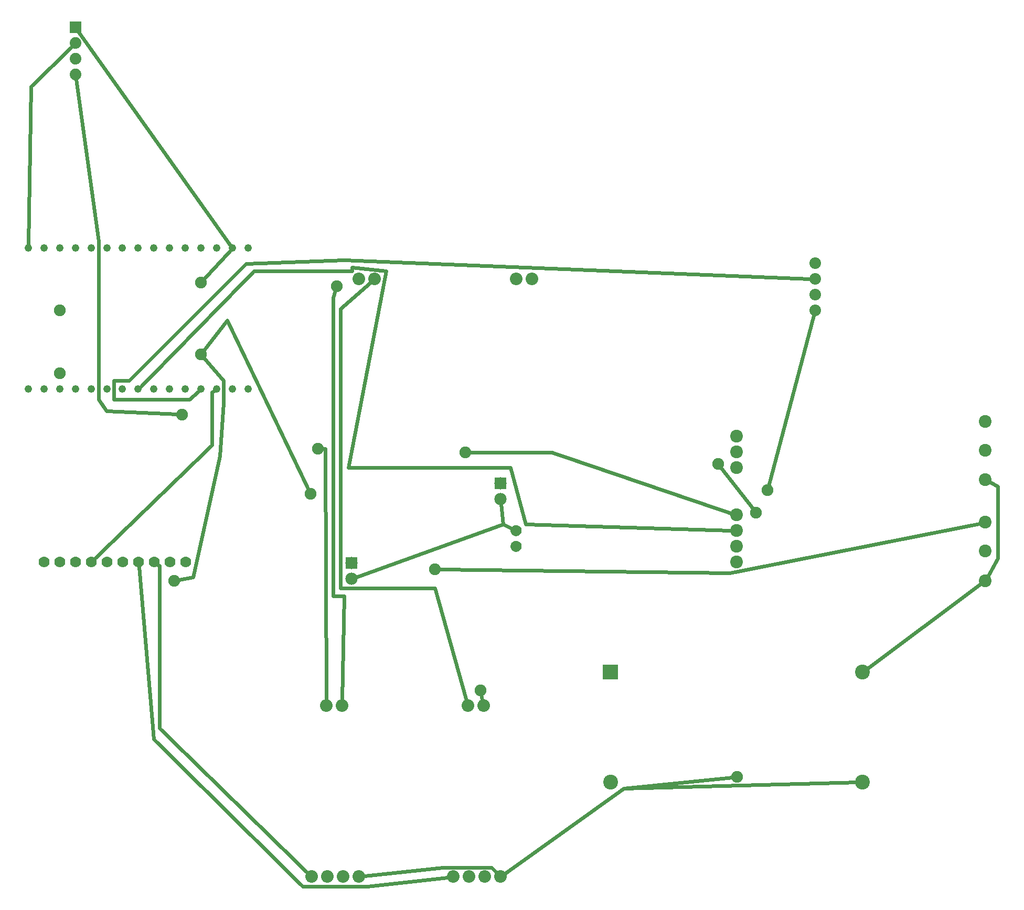
<source format=gtl>
G04 MADE WITH FRITZING*
G04 WWW.FRITZING.ORG*
G04 DOUBLE SIDED*
G04 HOLES PLATED*
G04 CONTOUR ON CENTER OF CONTOUR VECTOR*
%ASAXBY*%
%FSLAX23Y23*%
%MOIN*%
%OFA0B0*%
%SFA1.0B1.0*%
%ADD10C,0.047859*%
%ADD11C,0.070000*%
%ADD12C,0.073999*%
%ADD13C,0.080361*%
%ADD14C,0.080375*%
%ADD15C,0.073889*%
%ADD16C,0.075000*%
%ADD17C,0.081000*%
%ADD18C,0.094488*%
%ADD19C,0.078000*%
%ADD20C,0.075433*%
%ADD21R,0.074001X0.074001*%
%ADD22R,0.078000X0.078000*%
%ADD23C,0.024000*%
%ADD24R,0.001000X0.001000*%
%LNCOPPER1*%
G90*
G70*
G54D10*
X1759Y3634D03*
X1958Y4532D03*
X1858Y4532D03*
X1759Y4532D03*
X1659Y4532D03*
X1559Y4532D03*
X1858Y3634D03*
X1958Y3634D03*
X1659Y3634D03*
X1459Y4532D03*
X1359Y4532D03*
X1259Y4532D03*
X1159Y4532D03*
X1060Y4532D03*
X960Y4532D03*
X860Y4532D03*
X760Y4532D03*
X660Y4532D03*
X560Y4532D03*
X1259Y3634D03*
X1159Y3634D03*
X1060Y3634D03*
X960Y3634D03*
X860Y3634D03*
X760Y3634D03*
X660Y3634D03*
X560Y3634D03*
X1559Y3634D03*
X1459Y3634D03*
X1359Y3634D03*
G54D11*
X1560Y2534D03*
X1460Y2534D03*
X1360Y2534D03*
X1260Y2534D03*
X1160Y2534D03*
X1060Y2534D03*
X960Y2534D03*
X860Y2534D03*
X760Y2534D03*
X660Y2534D03*
G54D12*
X860Y5934D03*
X860Y5834D03*
X860Y5734D03*
X860Y5634D03*
G54D13*
X2660Y534D03*
X2560Y534D03*
X2460Y534D03*
X2360Y534D03*
X2553Y1621D03*
X2453Y1621D03*
X3560Y534D03*
X3460Y534D03*
X3360Y534D03*
X3260Y534D03*
X3453Y1621D03*
X3353Y1621D03*
X3660Y4334D03*
G54D14*
X3760Y4334D03*
G54D13*
X2660Y4334D03*
G54D14*
X2760Y4334D03*
G54D15*
X5560Y4134D03*
X5560Y4234D03*
X5560Y4334D03*
X5560Y4434D03*
G54D16*
X760Y4134D03*
X760Y3734D03*
G54D17*
X5060Y3334D03*
X5060Y3234D03*
X5060Y3134D03*
X6640Y3429D03*
X6640Y3247D03*
X6640Y3059D03*
X6642Y2788D03*
X6642Y2605D03*
X6642Y2417D03*
X5060Y2834D03*
X5060Y2734D03*
X5060Y2634D03*
X5060Y2534D03*
G54D18*
X4260Y1834D03*
X4260Y1134D03*
X5860Y1134D03*
X5860Y1834D03*
G54D19*
X3560Y3034D03*
X3560Y2934D03*
X2616Y2529D03*
X2616Y2429D03*
G54D11*
X3660Y2734D03*
X3660Y2634D03*
G54D20*
X3433Y1720D03*
X1537Y3472D03*
X1489Y2416D03*
X2353Y2968D03*
X1657Y3856D03*
X1657Y4312D03*
X3337Y3232D03*
X5257Y2992D03*
X5185Y2848D03*
X4945Y3160D03*
X5065Y1168D03*
X2401Y3256D03*
X2521Y4288D03*
X3145Y2488D03*
G54D21*
X860Y5934D03*
G54D22*
X3560Y3034D03*
X2616Y2529D03*
G54D23*
X1386Y2517D02*
X1393Y2512D01*
D02*
X1393Y2512D02*
X1393Y1480D01*
D02*
X1393Y1480D02*
X2334Y560D01*
D02*
X3564Y2904D02*
X3577Y2776D01*
D02*
X3577Y2776D02*
X3637Y2746D01*
D02*
X2644Y2439D02*
X3577Y2776D01*
D02*
X2732Y4310D02*
X2545Y4144D01*
D02*
X2545Y4144D02*
X2545Y2368D01*
D02*
X2545Y2368D02*
X3145Y2368D01*
D02*
X3145Y2368D02*
X3343Y1657D01*
D02*
X6605Y2780D02*
X5017Y2464D01*
D02*
X5017Y2464D02*
X3174Y2488D01*
D02*
X3223Y530D02*
X2713Y472D01*
D02*
X2713Y472D02*
X2305Y472D01*
D02*
X2305Y472D02*
X1357Y1408D01*
D02*
X1357Y1408D02*
X1263Y2504D01*
D02*
X3439Y1692D02*
X3446Y1658D01*
D02*
X5023Y2735D02*
X3721Y2776D01*
D02*
X3721Y2776D02*
X3625Y3136D01*
D02*
X3625Y3136D02*
X2593Y3136D01*
D02*
X2593Y3136D02*
X2833Y4384D01*
D02*
X2833Y4384D02*
X2617Y4408D01*
D02*
X2617Y4408D02*
X2617Y4384D01*
D02*
X2617Y4384D02*
X1993Y4384D01*
D02*
X1993Y4384D02*
X1275Y3650D01*
D02*
X2512Y4261D02*
X2497Y4216D01*
D02*
X2497Y4216D02*
X2497Y2320D01*
D02*
X2497Y2320D02*
X2569Y2320D01*
D02*
X2569Y2320D02*
X2554Y1659D01*
D02*
X2430Y3256D02*
X2449Y3256D01*
D02*
X2449Y3256D02*
X2453Y1659D01*
D02*
X1642Y3619D02*
X1585Y3568D01*
D02*
X1585Y3568D02*
X1105Y3568D01*
D02*
X1105Y3568D02*
X1105Y3688D01*
D02*
X1105Y3688D02*
X1201Y3688D01*
D02*
X1201Y3688D02*
X1945Y4432D01*
D02*
X1945Y4432D02*
X2569Y4456D01*
D02*
X2569Y4456D02*
X5526Y4336D01*
D02*
X982Y2556D02*
X1729Y3280D01*
D02*
X1729Y3280D02*
X1729Y3616D01*
D02*
X1729Y3616D02*
X1740Y3623D01*
D02*
X865Y5604D02*
X1009Y4576D01*
D02*
X1009Y4576D02*
X1009Y3568D01*
D02*
X1009Y3568D02*
X1057Y3496D01*
D02*
X1057Y3496D02*
X1508Y3474D01*
D02*
X838Y5813D02*
X577Y5560D01*
D02*
X577Y5560D02*
X561Y4554D01*
D02*
X3534Y561D02*
X3505Y592D01*
D02*
X3505Y592D02*
X3193Y592D01*
D02*
X3193Y592D02*
X2698Y538D01*
D02*
X5834Y1134D02*
X4345Y1096D01*
D02*
X4345Y1096D02*
X3591Y556D01*
D02*
X5036Y1165D02*
X4345Y1096D01*
D02*
X4962Y3137D02*
X5167Y2871D01*
D02*
X6673Y3041D02*
X6721Y3016D01*
D02*
X6721Y3016D02*
X6721Y2560D01*
D02*
X6721Y2560D02*
X6660Y2450D01*
D02*
X5882Y1850D02*
X6611Y2395D01*
D02*
X5552Y4101D02*
X5264Y3020D01*
D02*
X3366Y3232D02*
X3889Y3232D01*
D02*
X3889Y3232D02*
X5025Y2846D01*
D02*
X1843Y4515D02*
X1676Y4333D01*
D02*
X1675Y3879D02*
X1825Y4072D01*
D02*
X1825Y4072D02*
X2340Y2994D01*
D02*
X878Y5909D02*
X1845Y4550D01*
D02*
X1517Y2422D02*
X1609Y2440D01*
D02*
X1609Y2440D02*
X1777Y3208D01*
D02*
X1777Y3208D02*
X1801Y3544D01*
D02*
X1801Y3544D02*
X1801Y3688D01*
D02*
X1801Y3688D02*
X1676Y3834D01*
G54D24*
X2653Y4367D02*
X2667Y4367D01*
X2753Y4367D02*
X2767Y4367D01*
X3653Y4367D02*
X3667Y4367D01*
X3753Y4367D02*
X3767Y4367D01*
X2649Y4366D02*
X2670Y4366D01*
X2749Y4366D02*
X2770Y4366D01*
X3649Y4366D02*
X3670Y4366D01*
X3749Y4366D02*
X3770Y4366D01*
X2647Y4365D02*
X2673Y4365D01*
X2747Y4365D02*
X2773Y4365D01*
X3647Y4365D02*
X3673Y4365D01*
X3747Y4365D02*
X3773Y4365D01*
X2645Y4364D02*
X2675Y4364D01*
X2745Y4364D02*
X2775Y4364D01*
X3645Y4364D02*
X3675Y4364D01*
X3745Y4364D02*
X3775Y4364D01*
X2643Y4363D02*
X2677Y4363D01*
X2743Y4363D02*
X2777Y4363D01*
X3643Y4363D02*
X3676Y4363D01*
X3743Y4363D02*
X3776Y4363D01*
X2641Y4362D02*
X2678Y4362D01*
X2741Y4362D02*
X2778Y4362D01*
X3641Y4362D02*
X3678Y4362D01*
X3741Y4362D02*
X3778Y4362D01*
X2640Y4361D02*
X2679Y4361D01*
X2740Y4361D02*
X2779Y4361D01*
X3640Y4361D02*
X3679Y4361D01*
X3740Y4361D02*
X3779Y4361D01*
X2639Y4360D02*
X2681Y4360D01*
X2739Y4360D02*
X2781Y4360D01*
X3639Y4360D02*
X3681Y4360D01*
X3739Y4360D02*
X3781Y4360D01*
X2638Y4359D02*
X2682Y4359D01*
X2738Y4359D02*
X2782Y4359D01*
X3638Y4359D02*
X3682Y4359D01*
X3738Y4359D02*
X3782Y4359D01*
X2637Y4358D02*
X2683Y4358D01*
X2737Y4358D02*
X2783Y4358D01*
X3637Y4358D02*
X3683Y4358D01*
X3737Y4358D02*
X3783Y4358D01*
X2636Y4357D02*
X2684Y4357D01*
X2736Y4357D02*
X2784Y4357D01*
X3636Y4357D02*
X3684Y4357D01*
X3736Y4357D02*
X3784Y4357D01*
X2635Y4356D02*
X2685Y4356D01*
X2735Y4356D02*
X2785Y4356D01*
X3635Y4356D02*
X3685Y4356D01*
X3735Y4356D02*
X3785Y4356D01*
X2634Y4355D02*
X2685Y4355D01*
X2734Y4355D02*
X2785Y4355D01*
X3634Y4355D02*
X3685Y4355D01*
X3734Y4355D02*
X3785Y4355D01*
X2633Y4354D02*
X2686Y4354D01*
X2733Y4354D02*
X2786Y4354D01*
X3633Y4354D02*
X3686Y4354D01*
X3733Y4354D02*
X3786Y4354D01*
X2633Y4353D02*
X2687Y4353D01*
X2732Y4353D02*
X2787Y4353D01*
X3632Y4353D02*
X3687Y4353D01*
X3732Y4353D02*
X3787Y4353D01*
X2632Y4352D02*
X2688Y4352D01*
X2732Y4352D02*
X2788Y4352D01*
X3632Y4352D02*
X3687Y4352D01*
X3732Y4352D02*
X3787Y4352D01*
X2631Y4351D02*
X2656Y4351D01*
X2663Y4351D02*
X2688Y4351D01*
X2731Y4351D02*
X2756Y4351D01*
X2763Y4351D02*
X2788Y4351D01*
X3631Y4351D02*
X3656Y4351D01*
X3663Y4351D02*
X3688Y4351D01*
X3731Y4351D02*
X3756Y4351D01*
X3763Y4351D02*
X3788Y4351D01*
X2631Y4350D02*
X2653Y4350D01*
X2667Y4350D02*
X2689Y4350D01*
X2731Y4350D02*
X2753Y4350D01*
X2767Y4350D02*
X2789Y4350D01*
X3631Y4350D02*
X3653Y4350D01*
X3667Y4350D02*
X3689Y4350D01*
X3731Y4350D02*
X3753Y4350D01*
X3767Y4350D02*
X3789Y4350D01*
X2630Y4349D02*
X2651Y4349D01*
X2668Y4349D02*
X2689Y4349D01*
X2730Y4349D02*
X2751Y4349D01*
X2768Y4349D02*
X2789Y4349D01*
X3630Y4349D02*
X3651Y4349D01*
X3668Y4349D02*
X3689Y4349D01*
X3730Y4349D02*
X3751Y4349D01*
X3768Y4349D02*
X3789Y4349D01*
X2630Y4348D02*
X2649Y4348D01*
X2670Y4348D02*
X2690Y4348D01*
X2730Y4348D02*
X2749Y4348D01*
X2770Y4348D02*
X2790Y4348D01*
X3630Y4348D02*
X3649Y4348D01*
X3670Y4348D02*
X3690Y4348D01*
X3730Y4348D02*
X3749Y4348D01*
X3770Y4348D02*
X3790Y4348D01*
X2629Y4347D02*
X2648Y4347D01*
X2671Y4347D02*
X2690Y4347D01*
X2729Y4347D02*
X2748Y4347D01*
X2771Y4347D02*
X2790Y4347D01*
X3629Y4347D02*
X3648Y4347D01*
X3671Y4347D02*
X3690Y4347D01*
X3729Y4347D02*
X3748Y4347D01*
X3771Y4347D02*
X3790Y4347D01*
X2629Y4346D02*
X2647Y4346D01*
X2672Y4346D02*
X2690Y4346D01*
X2729Y4346D02*
X2747Y4346D01*
X2772Y4346D02*
X2790Y4346D01*
X3629Y4346D02*
X3647Y4346D01*
X3672Y4346D02*
X3690Y4346D01*
X3729Y4346D02*
X3747Y4346D01*
X3772Y4346D02*
X3790Y4346D01*
X2629Y4345D02*
X2646Y4345D01*
X2673Y4345D02*
X2691Y4345D01*
X2729Y4345D02*
X2746Y4345D01*
X2773Y4345D02*
X2791Y4345D01*
X3629Y4345D02*
X3646Y4345D01*
X3673Y4345D02*
X3691Y4345D01*
X3729Y4345D02*
X3746Y4345D01*
X3773Y4345D02*
X3791Y4345D01*
X2628Y4344D02*
X2646Y4344D01*
X2674Y4344D02*
X2691Y4344D01*
X2728Y4344D02*
X2746Y4344D01*
X2774Y4344D02*
X2791Y4344D01*
X3628Y4344D02*
X3645Y4344D01*
X3674Y4344D02*
X3691Y4344D01*
X3728Y4344D02*
X3745Y4344D01*
X3774Y4344D02*
X3791Y4344D01*
X2628Y4343D02*
X2645Y4343D01*
X2675Y4343D02*
X2691Y4343D01*
X2728Y4343D02*
X2745Y4343D01*
X2774Y4343D02*
X2791Y4343D01*
X3628Y4343D02*
X3645Y4343D01*
X3674Y4343D02*
X3691Y4343D01*
X3728Y4343D02*
X3745Y4343D01*
X3774Y4343D02*
X3791Y4343D01*
X2628Y4342D02*
X2644Y4342D01*
X2675Y4342D02*
X2692Y4342D01*
X2728Y4342D02*
X2744Y4342D01*
X2775Y4342D02*
X2792Y4342D01*
X3628Y4342D02*
X3644Y4342D01*
X3675Y4342D02*
X3692Y4342D01*
X3728Y4342D02*
X3744Y4342D01*
X3775Y4342D02*
X3792Y4342D01*
X2628Y4341D02*
X2644Y4341D01*
X2676Y4341D02*
X2692Y4341D01*
X2728Y4341D02*
X2744Y4341D01*
X2776Y4341D02*
X2792Y4341D01*
X3628Y4341D02*
X3644Y4341D01*
X3676Y4341D02*
X3692Y4341D01*
X3728Y4341D02*
X3744Y4341D01*
X3775Y4341D02*
X3792Y4341D01*
X2627Y4340D02*
X2644Y4340D01*
X2676Y4340D02*
X2692Y4340D01*
X2727Y4340D02*
X2744Y4340D01*
X2776Y4340D02*
X2792Y4340D01*
X3627Y4340D02*
X3644Y4340D01*
X3676Y4340D02*
X3692Y4340D01*
X3727Y4340D02*
X3744Y4340D01*
X3776Y4340D02*
X3792Y4340D01*
X2627Y4339D02*
X2643Y4339D01*
X2676Y4339D02*
X2692Y4339D01*
X2727Y4339D02*
X2743Y4339D01*
X2776Y4339D02*
X2792Y4339D01*
X3627Y4339D02*
X3643Y4339D01*
X3676Y4339D02*
X3692Y4339D01*
X3727Y4339D02*
X3743Y4339D01*
X3776Y4339D02*
X3792Y4339D01*
X2627Y4338D02*
X2643Y4338D01*
X2676Y4338D02*
X2692Y4338D01*
X2727Y4338D02*
X2743Y4338D01*
X2776Y4338D02*
X2792Y4338D01*
X3627Y4338D02*
X3643Y4338D01*
X3676Y4338D02*
X3692Y4338D01*
X3727Y4338D02*
X3743Y4338D01*
X3776Y4338D02*
X3792Y4338D01*
X2627Y4337D02*
X2643Y4337D01*
X2677Y4337D02*
X2692Y4337D01*
X2727Y4337D02*
X2743Y4337D01*
X2777Y4337D02*
X2792Y4337D01*
X3627Y4337D02*
X3643Y4337D01*
X3677Y4337D02*
X3692Y4337D01*
X3727Y4337D02*
X3743Y4337D01*
X3777Y4337D02*
X3792Y4337D01*
X2627Y4336D02*
X2643Y4336D01*
X2677Y4336D02*
X2692Y4336D01*
X2727Y4336D02*
X2743Y4336D01*
X2777Y4336D02*
X2792Y4336D01*
X3627Y4336D02*
X3643Y4336D01*
X3677Y4336D02*
X3692Y4336D01*
X3727Y4336D02*
X3743Y4336D01*
X3777Y4336D02*
X3792Y4336D01*
X2627Y4335D02*
X2643Y4335D01*
X2677Y4335D02*
X2692Y4335D01*
X2727Y4335D02*
X2743Y4335D01*
X2777Y4335D02*
X2792Y4335D01*
X3627Y4335D02*
X3643Y4335D01*
X3677Y4335D02*
X3692Y4335D01*
X3727Y4335D02*
X3743Y4335D01*
X3777Y4335D02*
X3792Y4335D01*
X2627Y4334D02*
X2643Y4334D01*
X2677Y4334D02*
X2692Y4334D01*
X2727Y4334D02*
X2743Y4334D01*
X2777Y4334D02*
X2792Y4334D01*
X3627Y4334D02*
X3643Y4334D01*
X3677Y4334D02*
X3692Y4334D01*
X3727Y4334D02*
X3743Y4334D01*
X3777Y4334D02*
X3792Y4334D01*
X2627Y4333D02*
X2643Y4333D01*
X2677Y4333D02*
X2692Y4333D01*
X2727Y4333D02*
X2743Y4333D01*
X2777Y4333D02*
X2792Y4333D01*
X3627Y4333D02*
X3643Y4333D01*
X3677Y4333D02*
X3692Y4333D01*
X3727Y4333D02*
X3743Y4333D01*
X3777Y4333D02*
X3792Y4333D01*
X2627Y4332D02*
X2643Y4332D01*
X2677Y4332D02*
X2692Y4332D01*
X2727Y4332D02*
X2743Y4332D01*
X2777Y4332D02*
X2792Y4332D01*
X3627Y4332D02*
X3643Y4332D01*
X3677Y4332D02*
X3692Y4332D01*
X3727Y4332D02*
X3743Y4332D01*
X3777Y4332D02*
X3792Y4332D01*
X2627Y4331D02*
X2643Y4331D01*
X2676Y4331D02*
X2692Y4331D01*
X2727Y4331D02*
X2743Y4331D01*
X2776Y4331D02*
X2792Y4331D01*
X3627Y4331D02*
X3643Y4331D01*
X3676Y4331D02*
X3692Y4331D01*
X3727Y4331D02*
X3743Y4331D01*
X3776Y4331D02*
X3792Y4331D01*
X2627Y4330D02*
X2643Y4330D01*
X2676Y4330D02*
X2692Y4330D01*
X2727Y4330D02*
X2743Y4330D01*
X2776Y4330D02*
X2792Y4330D01*
X3627Y4330D02*
X3643Y4330D01*
X3676Y4330D02*
X3692Y4330D01*
X3727Y4330D02*
X3743Y4330D01*
X3776Y4330D02*
X3792Y4330D01*
X2628Y4329D02*
X2644Y4329D01*
X2676Y4329D02*
X2692Y4329D01*
X2727Y4329D02*
X2744Y4329D01*
X2776Y4329D02*
X2792Y4329D01*
X3627Y4329D02*
X3644Y4329D01*
X3676Y4329D02*
X3692Y4329D01*
X3727Y4329D02*
X3744Y4329D01*
X3776Y4329D02*
X3792Y4329D01*
X2628Y4328D02*
X2644Y4328D01*
X2675Y4328D02*
X2692Y4328D01*
X2728Y4328D02*
X2744Y4328D01*
X2775Y4328D02*
X2792Y4328D01*
X3628Y4328D02*
X3644Y4328D01*
X3675Y4328D02*
X3692Y4328D01*
X3728Y4328D02*
X3744Y4328D01*
X3775Y4328D02*
X3792Y4328D01*
X2628Y4327D02*
X2645Y4327D01*
X2675Y4327D02*
X2692Y4327D01*
X2728Y4327D02*
X2745Y4327D01*
X2775Y4327D02*
X2792Y4327D01*
X3628Y4327D02*
X3645Y4327D01*
X3675Y4327D02*
X3691Y4327D01*
X3728Y4327D02*
X3744Y4327D01*
X3775Y4327D02*
X3791Y4327D01*
X2628Y4326D02*
X2645Y4326D01*
X2674Y4326D02*
X2691Y4326D01*
X2728Y4326D02*
X2745Y4326D01*
X2774Y4326D02*
X2791Y4326D01*
X3628Y4326D02*
X3645Y4326D01*
X3674Y4326D02*
X3691Y4326D01*
X3728Y4326D02*
X3745Y4326D01*
X3774Y4326D02*
X3791Y4326D01*
X2628Y4325D02*
X2646Y4325D01*
X2674Y4325D02*
X2691Y4325D01*
X2728Y4325D02*
X2746Y4325D01*
X2774Y4325D02*
X2791Y4325D01*
X3628Y4325D02*
X3646Y4325D01*
X3674Y4325D02*
X3691Y4325D01*
X3728Y4325D02*
X3746Y4325D01*
X3774Y4325D02*
X3791Y4325D01*
X2629Y4324D02*
X2647Y4324D01*
X2673Y4324D02*
X2691Y4324D01*
X2729Y4324D02*
X2747Y4324D01*
X2773Y4324D02*
X2791Y4324D01*
X3629Y4324D02*
X3647Y4324D01*
X3673Y4324D02*
X3691Y4324D01*
X3729Y4324D02*
X3747Y4324D01*
X3773Y4324D02*
X3791Y4324D01*
X2629Y4323D02*
X2647Y4323D01*
X2672Y4323D02*
X2690Y4323D01*
X2729Y4323D02*
X2747Y4323D01*
X2772Y4323D02*
X2790Y4323D01*
X3629Y4323D02*
X3647Y4323D01*
X3672Y4323D02*
X3690Y4323D01*
X3729Y4323D02*
X3747Y4323D01*
X3772Y4323D02*
X3790Y4323D01*
X2630Y4322D02*
X2649Y4322D01*
X2671Y4322D02*
X2690Y4322D01*
X2729Y4322D02*
X2749Y4322D01*
X2771Y4322D02*
X2790Y4322D01*
X3629Y4322D02*
X3649Y4322D01*
X3671Y4322D02*
X3690Y4322D01*
X3729Y4322D02*
X3749Y4322D01*
X3771Y4322D02*
X3790Y4322D01*
X2630Y4321D02*
X2650Y4321D01*
X2670Y4321D02*
X2690Y4321D01*
X2730Y4321D02*
X2750Y4321D01*
X2770Y4321D02*
X2789Y4321D01*
X3630Y4321D02*
X3650Y4321D01*
X3670Y4321D02*
X3689Y4321D01*
X3730Y4321D02*
X3750Y4321D01*
X3770Y4321D02*
X3789Y4321D01*
X2630Y4320D02*
X2652Y4320D01*
X2668Y4320D02*
X2689Y4320D01*
X2730Y4320D02*
X2752Y4320D01*
X2768Y4320D02*
X2789Y4320D01*
X3630Y4320D02*
X3651Y4320D01*
X3668Y4320D02*
X3689Y4320D01*
X3730Y4320D02*
X3751Y4320D01*
X3768Y4320D02*
X3789Y4320D01*
X2631Y4319D02*
X2654Y4319D01*
X2666Y4319D02*
X2689Y4319D01*
X2731Y4319D02*
X2754Y4319D01*
X2766Y4319D02*
X2789Y4319D01*
X3631Y4319D02*
X3654Y4319D01*
X3666Y4319D02*
X3688Y4319D01*
X3731Y4319D02*
X3754Y4319D01*
X3766Y4319D02*
X3788Y4319D01*
X2631Y4318D02*
X2688Y4318D01*
X2731Y4318D02*
X2788Y4318D01*
X3631Y4318D02*
X3688Y4318D01*
X3731Y4318D02*
X3788Y4318D01*
X2632Y4317D02*
X2687Y4317D01*
X2732Y4317D02*
X2787Y4317D01*
X3632Y4317D02*
X3687Y4317D01*
X3732Y4317D02*
X3787Y4317D01*
X2633Y4316D02*
X2687Y4316D01*
X2733Y4316D02*
X2787Y4316D01*
X3633Y4316D02*
X3687Y4316D01*
X3733Y4316D02*
X3787Y4316D01*
X2633Y4315D02*
X2686Y4315D01*
X2733Y4315D02*
X2786Y4315D01*
X3633Y4315D02*
X3686Y4315D01*
X3733Y4315D02*
X3786Y4315D01*
X2634Y4314D02*
X2685Y4314D01*
X2734Y4314D02*
X2785Y4314D01*
X3634Y4314D02*
X3685Y4314D01*
X3734Y4314D02*
X3785Y4314D01*
X2635Y4313D02*
X2684Y4313D01*
X2735Y4313D02*
X2784Y4313D01*
X3635Y4313D02*
X3684Y4313D01*
X3735Y4313D02*
X3784Y4313D01*
X2636Y4312D02*
X2684Y4312D01*
X2736Y4312D02*
X2783Y4312D01*
X3636Y4312D02*
X3683Y4312D01*
X3736Y4312D02*
X3783Y4312D01*
X2637Y4311D02*
X2683Y4311D01*
X2737Y4311D02*
X2783Y4311D01*
X3637Y4311D02*
X3683Y4311D01*
X3737Y4311D02*
X3782Y4311D01*
X2638Y4310D02*
X2681Y4310D01*
X2738Y4310D02*
X2781Y4310D01*
X3638Y4310D02*
X3681Y4310D01*
X3738Y4310D02*
X3781Y4310D01*
X2639Y4309D02*
X2680Y4309D01*
X2739Y4309D02*
X2780Y4309D01*
X3639Y4309D02*
X3680Y4309D01*
X3739Y4309D02*
X3780Y4309D01*
X2640Y4308D02*
X2679Y4308D01*
X2740Y4308D02*
X2779Y4308D01*
X3640Y4308D02*
X3679Y4308D01*
X3740Y4308D02*
X3779Y4308D01*
X2642Y4307D02*
X2678Y4307D01*
X2742Y4307D02*
X2778Y4307D01*
X3642Y4307D02*
X3678Y4307D01*
X3742Y4307D02*
X3778Y4307D01*
X2643Y4306D02*
X2676Y4306D01*
X2743Y4306D02*
X2776Y4306D01*
X3643Y4306D02*
X3676Y4306D01*
X3743Y4306D02*
X3776Y4306D01*
X2645Y4305D02*
X2674Y4305D01*
X2745Y4305D02*
X2774Y4305D01*
X3645Y4305D02*
X3674Y4305D01*
X3745Y4305D02*
X3774Y4305D01*
X2647Y4304D02*
X2672Y4304D01*
X2747Y4304D02*
X2772Y4304D01*
X3647Y4304D02*
X3672Y4304D01*
X3747Y4304D02*
X3772Y4304D01*
X2650Y4303D02*
X2669Y4303D01*
X2750Y4303D02*
X2769Y4303D01*
X3650Y4303D02*
X3669Y4303D01*
X3750Y4303D02*
X3769Y4303D01*
X2654Y4302D02*
X2665Y4302D01*
X2754Y4302D02*
X2765Y4302D01*
X3654Y4302D02*
X3665Y4302D01*
X3754Y4302D02*
X3765Y4302D01*
X3654Y2769D02*
X3666Y2769D01*
X3650Y2768D02*
X3669Y2768D01*
X3647Y2767D02*
X3672Y2767D01*
X3645Y2766D02*
X3674Y2766D01*
X3643Y2765D02*
X3676Y2765D01*
X3641Y2764D02*
X3678Y2764D01*
X3640Y2763D02*
X3680Y2763D01*
X3638Y2762D02*
X3681Y2762D01*
X3637Y2761D02*
X3682Y2761D01*
X3636Y2760D02*
X3683Y2760D01*
X3635Y2759D02*
X3684Y2759D01*
X3634Y2758D02*
X3685Y2758D01*
X3633Y2757D02*
X3686Y2757D01*
X3633Y2756D02*
X3687Y2756D01*
X3632Y2755D02*
X3688Y2755D01*
X3631Y2754D02*
X3688Y2754D01*
X3631Y2753D02*
X3689Y2753D01*
X3630Y2752D02*
X3689Y2752D01*
X3629Y2751D02*
X3690Y2751D01*
X3629Y2750D02*
X3690Y2750D01*
X3628Y2749D02*
X3654Y2749D01*
X3665Y2749D02*
X3691Y2749D01*
X3628Y2748D02*
X3652Y2748D01*
X3667Y2748D02*
X3691Y2748D01*
X3628Y2747D02*
X3651Y2747D01*
X3669Y2747D02*
X3692Y2747D01*
X3627Y2746D02*
X3649Y2746D01*
X3670Y2746D02*
X3692Y2746D01*
X3627Y2745D02*
X3648Y2745D01*
X3671Y2745D02*
X3692Y2745D01*
X3627Y2744D02*
X3647Y2744D01*
X3672Y2744D02*
X3693Y2744D01*
X3626Y2743D02*
X3647Y2743D01*
X3673Y2743D02*
X3693Y2743D01*
X3626Y2742D02*
X3646Y2742D01*
X3673Y2742D02*
X3693Y2742D01*
X3626Y2741D02*
X3645Y2741D01*
X3674Y2741D02*
X3693Y2741D01*
X3626Y2740D02*
X3645Y2740D01*
X3674Y2740D02*
X3694Y2740D01*
X3626Y2739D02*
X3645Y2739D01*
X3675Y2739D02*
X3694Y2739D01*
X3625Y2738D02*
X3644Y2738D01*
X3675Y2738D02*
X3694Y2738D01*
X3625Y2737D02*
X3644Y2737D01*
X3675Y2737D02*
X3694Y2737D01*
X3625Y2736D02*
X3644Y2736D01*
X3675Y2736D02*
X3694Y2736D01*
X3625Y2735D02*
X3644Y2735D01*
X3675Y2735D02*
X3694Y2735D01*
X3625Y2734D02*
X3644Y2734D01*
X3675Y2734D02*
X3694Y2734D01*
X3625Y2733D02*
X3644Y2733D01*
X3675Y2733D02*
X3694Y2733D01*
X3625Y2732D02*
X3644Y2732D01*
X3675Y2732D02*
X3694Y2732D01*
X3625Y2731D02*
X3645Y2731D01*
X3675Y2731D02*
X3694Y2731D01*
X3626Y2730D02*
X3645Y2730D01*
X3675Y2730D02*
X3694Y2730D01*
X3626Y2729D02*
X3645Y2729D01*
X3674Y2729D02*
X3694Y2729D01*
X3626Y2728D02*
X3646Y2728D01*
X3674Y2728D02*
X3693Y2728D01*
X3626Y2727D02*
X3646Y2727D01*
X3673Y2727D02*
X3693Y2727D01*
X3626Y2726D02*
X3647Y2726D01*
X3672Y2726D02*
X3693Y2726D01*
X3627Y2725D02*
X3648Y2725D01*
X3672Y2725D02*
X3693Y2725D01*
X3627Y2724D02*
X3649Y2724D01*
X3671Y2724D02*
X3692Y2724D01*
X3627Y2723D02*
X3650Y2723D01*
X3670Y2723D02*
X3692Y2723D01*
X3628Y2722D02*
X3651Y2722D01*
X3668Y2722D02*
X3692Y2722D01*
X3628Y2721D02*
X3653Y2721D01*
X3667Y2721D02*
X3691Y2721D01*
X3629Y2720D02*
X3656Y2720D01*
X3664Y2720D02*
X3691Y2720D01*
X3629Y2719D02*
X3690Y2719D01*
X3630Y2718D02*
X3690Y2718D01*
X3630Y2717D02*
X3689Y2717D01*
X3631Y2716D02*
X3689Y2716D01*
X3631Y2715D02*
X3688Y2715D01*
X3632Y2714D02*
X3687Y2714D01*
X3633Y2713D02*
X3687Y2713D01*
X3634Y2712D02*
X3686Y2712D01*
X3634Y2711D02*
X3685Y2711D01*
X3635Y2710D02*
X3684Y2710D01*
X3637Y2709D02*
X3683Y2709D01*
X3638Y2708D02*
X3682Y2708D01*
X3639Y2707D02*
X3680Y2707D01*
X3640Y2706D02*
X3679Y2706D01*
X3642Y2705D02*
X3677Y2705D01*
X3644Y2704D02*
X3676Y2704D01*
X3646Y2703D02*
X3673Y2703D01*
X3648Y2702D02*
X3671Y2702D01*
X3651Y2701D02*
X3668Y2701D01*
X3656Y2700D02*
X3663Y2700D01*
X3654Y2669D02*
X3666Y2669D01*
X3650Y2668D02*
X3669Y2668D01*
X3647Y2667D02*
X3672Y2667D01*
X3645Y2666D02*
X3674Y2666D01*
X3643Y2665D02*
X3676Y2665D01*
X3641Y2664D02*
X3678Y2664D01*
X3640Y2663D02*
X3680Y2663D01*
X3638Y2662D02*
X3681Y2662D01*
X3637Y2661D02*
X3682Y2661D01*
X3636Y2660D02*
X3683Y2660D01*
X3635Y2659D02*
X3684Y2659D01*
X3634Y2658D02*
X3685Y2658D01*
X3633Y2657D02*
X3686Y2657D01*
X3633Y2656D02*
X3687Y2656D01*
X3632Y2655D02*
X3688Y2655D01*
X3631Y2654D02*
X3688Y2654D01*
X3631Y2653D02*
X3689Y2653D01*
X3630Y2652D02*
X3689Y2652D01*
X3629Y2651D02*
X3690Y2651D01*
X3629Y2650D02*
X3690Y2650D01*
X3628Y2649D02*
X3654Y2649D01*
X3665Y2649D02*
X3691Y2649D01*
X3628Y2648D02*
X3652Y2648D01*
X3667Y2648D02*
X3691Y2648D01*
X3628Y2647D02*
X3651Y2647D01*
X3669Y2647D02*
X3692Y2647D01*
X3627Y2646D02*
X3649Y2646D01*
X3670Y2646D02*
X3692Y2646D01*
X3627Y2645D02*
X3648Y2645D01*
X3671Y2645D02*
X3692Y2645D01*
X3627Y2644D02*
X3647Y2644D01*
X3672Y2644D02*
X3693Y2644D01*
X3626Y2643D02*
X3647Y2643D01*
X3673Y2643D02*
X3693Y2643D01*
X3626Y2642D02*
X3646Y2642D01*
X3673Y2642D02*
X3693Y2642D01*
X3626Y2641D02*
X3645Y2641D01*
X3674Y2641D02*
X3693Y2641D01*
X3626Y2640D02*
X3645Y2640D01*
X3674Y2640D02*
X3694Y2640D01*
X3626Y2639D02*
X3645Y2639D01*
X3675Y2639D02*
X3694Y2639D01*
X3625Y2638D02*
X3644Y2638D01*
X3675Y2638D02*
X3694Y2638D01*
X3625Y2637D02*
X3644Y2637D01*
X3675Y2637D02*
X3694Y2637D01*
X3625Y2636D02*
X3644Y2636D01*
X3675Y2636D02*
X3694Y2636D01*
X3625Y2635D02*
X3644Y2635D01*
X3675Y2635D02*
X3694Y2635D01*
X3625Y2634D02*
X3644Y2634D01*
X3675Y2634D02*
X3694Y2634D01*
X3625Y2633D02*
X3644Y2633D01*
X3675Y2633D02*
X3694Y2633D01*
X3625Y2632D02*
X3644Y2632D01*
X3675Y2632D02*
X3694Y2632D01*
X3625Y2631D02*
X3645Y2631D01*
X3675Y2631D02*
X3694Y2631D01*
X3626Y2630D02*
X3645Y2630D01*
X3675Y2630D02*
X3694Y2630D01*
X3626Y2629D02*
X3645Y2629D01*
X3674Y2629D02*
X3694Y2629D01*
X3626Y2628D02*
X3646Y2628D01*
X3674Y2628D02*
X3693Y2628D01*
X3626Y2627D02*
X3646Y2627D01*
X3673Y2627D02*
X3693Y2627D01*
X3626Y2626D02*
X3647Y2626D01*
X3672Y2626D02*
X3693Y2626D01*
X3627Y2625D02*
X3648Y2625D01*
X3672Y2625D02*
X3693Y2625D01*
X3627Y2624D02*
X3649Y2624D01*
X3671Y2624D02*
X3692Y2624D01*
X3627Y2623D02*
X3650Y2623D01*
X3670Y2623D02*
X3692Y2623D01*
X3628Y2622D02*
X3651Y2622D01*
X3668Y2622D02*
X3692Y2622D01*
X3628Y2621D02*
X3653Y2621D01*
X3667Y2621D02*
X3691Y2621D01*
X3629Y2620D02*
X3656Y2620D01*
X3663Y2620D02*
X3691Y2620D01*
X3629Y2619D02*
X3690Y2619D01*
X3630Y2618D02*
X3690Y2618D01*
X3630Y2617D02*
X3689Y2617D01*
X3631Y2616D02*
X3689Y2616D01*
X3631Y2615D02*
X3688Y2615D01*
X3632Y2614D02*
X3687Y2614D01*
X3633Y2613D02*
X3687Y2613D01*
X3634Y2612D02*
X3686Y2612D01*
X3634Y2611D02*
X3685Y2611D01*
X3635Y2610D02*
X3684Y2610D01*
X3637Y2609D02*
X3683Y2609D01*
X3638Y2608D02*
X3682Y2608D01*
X3639Y2607D02*
X3680Y2607D01*
X3640Y2606D02*
X3679Y2606D01*
X3642Y2605D02*
X3677Y2605D01*
X3644Y2604D02*
X3676Y2604D01*
X3646Y2603D02*
X3673Y2603D01*
X3648Y2602D02*
X3671Y2602D01*
X3651Y2601D02*
X3668Y2601D01*
X3656Y2600D02*
X3663Y2600D01*
X4213Y1881D02*
X4306Y1881D01*
X4213Y1880D02*
X4306Y1880D01*
X4213Y1879D02*
X4306Y1879D01*
X4213Y1878D02*
X4306Y1878D01*
X4213Y1877D02*
X4306Y1877D01*
X4213Y1876D02*
X4306Y1876D01*
X4213Y1875D02*
X4306Y1875D01*
X4213Y1874D02*
X4306Y1874D01*
X4213Y1873D02*
X4306Y1873D01*
X4213Y1872D02*
X4306Y1872D01*
X4213Y1871D02*
X4306Y1871D01*
X4213Y1870D02*
X4306Y1870D01*
X4213Y1869D02*
X4306Y1869D01*
X4213Y1868D02*
X4306Y1868D01*
X4213Y1867D02*
X4306Y1867D01*
X4213Y1866D02*
X4306Y1866D01*
X4213Y1865D02*
X4306Y1865D01*
X4213Y1864D02*
X4306Y1864D01*
X4213Y1863D02*
X4306Y1863D01*
X4213Y1862D02*
X4306Y1862D01*
X4213Y1861D02*
X4306Y1861D01*
X4213Y1860D02*
X4306Y1860D01*
X4213Y1859D02*
X4306Y1859D01*
X4213Y1858D02*
X4306Y1858D01*
X4213Y1857D02*
X4306Y1857D01*
X4213Y1856D02*
X4306Y1856D01*
X4213Y1855D02*
X4306Y1855D01*
X4213Y1854D02*
X4255Y1854D01*
X4264Y1854D02*
X4306Y1854D01*
X4213Y1853D02*
X4252Y1853D01*
X4267Y1853D02*
X4306Y1853D01*
X4213Y1852D02*
X4250Y1852D01*
X4269Y1852D02*
X4306Y1852D01*
X4213Y1851D02*
X4248Y1851D01*
X4271Y1851D02*
X4306Y1851D01*
X4213Y1850D02*
X4247Y1850D01*
X4272Y1850D02*
X4306Y1850D01*
X4213Y1849D02*
X4246Y1849D01*
X4274Y1849D02*
X4306Y1849D01*
X4213Y1848D02*
X4245Y1848D01*
X4275Y1848D02*
X4306Y1848D01*
X4213Y1847D02*
X4244Y1847D01*
X4275Y1847D02*
X4306Y1847D01*
X4213Y1846D02*
X4243Y1846D01*
X4276Y1846D02*
X4306Y1846D01*
X4213Y1845D02*
X4242Y1845D01*
X4277Y1845D02*
X4306Y1845D01*
X4213Y1844D02*
X4242Y1844D01*
X4277Y1844D02*
X4306Y1844D01*
X4213Y1843D02*
X4241Y1843D01*
X4278Y1843D02*
X4306Y1843D01*
X4213Y1842D02*
X4241Y1842D01*
X4278Y1842D02*
X4306Y1842D01*
X4213Y1841D02*
X4241Y1841D01*
X4279Y1841D02*
X4306Y1841D01*
X4213Y1840D02*
X4240Y1840D01*
X4279Y1840D02*
X4306Y1840D01*
X4213Y1839D02*
X4240Y1839D01*
X4279Y1839D02*
X4306Y1839D01*
X4213Y1838D02*
X4240Y1838D01*
X4279Y1838D02*
X4306Y1838D01*
X4213Y1837D02*
X4240Y1837D01*
X4280Y1837D02*
X4306Y1837D01*
X4213Y1836D02*
X4240Y1836D01*
X4280Y1836D02*
X4306Y1836D01*
X4213Y1835D02*
X4239Y1835D01*
X4280Y1835D02*
X4306Y1835D01*
X4213Y1834D02*
X4240Y1834D01*
X4280Y1834D02*
X4306Y1834D01*
X4213Y1833D02*
X4240Y1833D01*
X4280Y1833D02*
X4306Y1833D01*
X4213Y1832D02*
X4240Y1832D01*
X4280Y1832D02*
X4306Y1832D01*
X4213Y1831D02*
X4240Y1831D01*
X4279Y1831D02*
X4306Y1831D01*
X4213Y1830D02*
X4240Y1830D01*
X4279Y1830D02*
X4306Y1830D01*
X4213Y1829D02*
X4240Y1829D01*
X4279Y1829D02*
X4306Y1829D01*
X4213Y1828D02*
X4241Y1828D01*
X4279Y1828D02*
X4306Y1828D01*
X4213Y1827D02*
X4241Y1827D01*
X4278Y1827D02*
X4306Y1827D01*
X4213Y1826D02*
X4242Y1826D01*
X4278Y1826D02*
X4306Y1826D01*
X4213Y1825D02*
X4242Y1825D01*
X4277Y1825D02*
X4306Y1825D01*
X4213Y1824D02*
X4243Y1824D01*
X4277Y1824D02*
X4306Y1824D01*
X4213Y1823D02*
X4243Y1823D01*
X4276Y1823D02*
X4306Y1823D01*
X4213Y1822D02*
X4244Y1822D01*
X4275Y1822D02*
X4306Y1822D01*
X4213Y1821D02*
X4245Y1821D01*
X4274Y1821D02*
X4306Y1821D01*
X4213Y1820D02*
X4246Y1820D01*
X4273Y1820D02*
X4306Y1820D01*
X4213Y1819D02*
X4247Y1819D01*
X4272Y1819D02*
X4306Y1819D01*
X4213Y1818D02*
X4249Y1818D01*
X4270Y1818D02*
X4306Y1818D01*
X4213Y1817D02*
X4251Y1817D01*
X4268Y1817D02*
X4306Y1817D01*
X4213Y1816D02*
X4253Y1816D01*
X4266Y1816D02*
X4306Y1816D01*
X4213Y1815D02*
X4306Y1815D01*
X4213Y1814D02*
X4306Y1814D01*
X4213Y1813D02*
X4306Y1813D01*
X4213Y1812D02*
X4306Y1812D01*
X4213Y1811D02*
X4306Y1811D01*
X4213Y1810D02*
X4306Y1810D01*
X4213Y1809D02*
X4306Y1809D01*
X4213Y1808D02*
X4306Y1808D01*
X4213Y1807D02*
X4306Y1807D01*
X4213Y1806D02*
X4306Y1806D01*
X4213Y1805D02*
X4306Y1805D01*
X4213Y1804D02*
X4306Y1804D01*
X4213Y1803D02*
X4306Y1803D01*
X4213Y1802D02*
X4306Y1802D01*
X4213Y1801D02*
X4306Y1801D01*
X4213Y1800D02*
X4306Y1800D01*
X4213Y1799D02*
X4306Y1799D01*
X4213Y1798D02*
X4306Y1798D01*
X4213Y1797D02*
X4306Y1797D01*
X4213Y1796D02*
X4306Y1796D01*
X4213Y1795D02*
X4306Y1795D01*
X4213Y1794D02*
X4306Y1794D01*
X4213Y1793D02*
X4306Y1793D01*
X4213Y1792D02*
X4306Y1792D01*
X4213Y1791D02*
X4306Y1791D01*
X4213Y1790D02*
X4306Y1790D01*
X4213Y1789D02*
X4306Y1789D01*
X4213Y1788D02*
X4306Y1788D01*
X2446Y1654D02*
X2459Y1654D01*
X2546Y1654D02*
X2559Y1654D01*
X3346Y1654D02*
X3359Y1654D01*
X3446Y1654D02*
X3459Y1654D01*
X2443Y1653D02*
X2463Y1653D01*
X2543Y1653D02*
X2563Y1653D01*
X3343Y1653D02*
X3363Y1653D01*
X3443Y1653D02*
X3463Y1653D01*
X2440Y1652D02*
X2466Y1652D01*
X2540Y1652D02*
X2566Y1652D01*
X3340Y1652D02*
X3366Y1652D01*
X3440Y1652D02*
X3466Y1652D01*
X2438Y1651D02*
X2468Y1651D01*
X2538Y1651D02*
X2568Y1651D01*
X3338Y1651D02*
X3368Y1651D01*
X3438Y1651D02*
X3468Y1651D01*
X2436Y1650D02*
X2469Y1650D01*
X2536Y1650D02*
X2569Y1650D01*
X3336Y1650D02*
X3369Y1650D01*
X3436Y1650D02*
X3469Y1650D01*
X2435Y1649D02*
X2471Y1649D01*
X2535Y1649D02*
X2571Y1649D01*
X3334Y1649D02*
X3371Y1649D01*
X3434Y1649D02*
X3471Y1649D01*
X2433Y1648D02*
X2472Y1648D01*
X2533Y1648D02*
X2572Y1648D01*
X3333Y1648D02*
X3372Y1648D01*
X3433Y1648D02*
X3472Y1648D01*
X2432Y1647D02*
X2474Y1647D01*
X2532Y1647D02*
X2574Y1647D01*
X3332Y1647D02*
X3374Y1647D01*
X3432Y1647D02*
X3474Y1647D01*
X2431Y1646D02*
X2475Y1646D01*
X2531Y1646D02*
X2575Y1646D01*
X3331Y1646D02*
X3375Y1646D01*
X3431Y1646D02*
X3475Y1646D01*
X2430Y1645D02*
X2476Y1645D01*
X2530Y1645D02*
X2576Y1645D01*
X3330Y1645D02*
X3376Y1645D01*
X3430Y1645D02*
X3476Y1645D01*
X2429Y1644D02*
X2477Y1644D01*
X2529Y1644D02*
X2577Y1644D01*
X3329Y1644D02*
X3377Y1644D01*
X3429Y1644D02*
X3477Y1644D01*
X2428Y1643D02*
X2478Y1643D01*
X2528Y1643D02*
X2578Y1643D01*
X3328Y1643D02*
X3378Y1643D01*
X3428Y1643D02*
X3478Y1643D01*
X2427Y1642D02*
X2478Y1642D01*
X2527Y1642D02*
X2578Y1642D01*
X3327Y1642D02*
X3378Y1642D01*
X3427Y1642D02*
X3478Y1642D01*
X2426Y1641D02*
X2479Y1641D01*
X2526Y1641D02*
X2579Y1641D01*
X3326Y1641D02*
X3379Y1641D01*
X3426Y1641D02*
X3479Y1641D01*
X2426Y1640D02*
X2480Y1640D01*
X2526Y1640D02*
X2580Y1640D01*
X3326Y1640D02*
X3380Y1640D01*
X3426Y1640D02*
X3480Y1640D01*
X2425Y1639D02*
X2481Y1639D01*
X2525Y1639D02*
X2581Y1639D01*
X3325Y1639D02*
X3380Y1639D01*
X3425Y1639D02*
X3480Y1639D01*
X2424Y1638D02*
X2451Y1638D01*
X2455Y1638D02*
X2481Y1638D01*
X2524Y1638D02*
X2551Y1638D01*
X2555Y1638D02*
X2581Y1638D01*
X3324Y1638D02*
X3351Y1638D01*
X3355Y1638D02*
X3381Y1638D01*
X3424Y1638D02*
X3451Y1638D01*
X3455Y1638D02*
X3481Y1638D01*
X2424Y1637D02*
X2446Y1637D01*
X2459Y1637D02*
X2482Y1637D01*
X2524Y1637D02*
X2546Y1637D01*
X2559Y1637D02*
X2582Y1637D01*
X3324Y1637D02*
X3346Y1637D01*
X3359Y1637D02*
X3382Y1637D01*
X3424Y1637D02*
X3446Y1637D01*
X3459Y1637D02*
X3482Y1637D01*
X2423Y1636D02*
X2444Y1636D01*
X2461Y1636D02*
X2482Y1636D01*
X2523Y1636D02*
X2544Y1636D01*
X2561Y1636D02*
X2582Y1636D01*
X3323Y1636D02*
X3344Y1636D01*
X3361Y1636D02*
X3382Y1636D01*
X3423Y1636D02*
X3444Y1636D01*
X3461Y1636D02*
X3482Y1636D01*
X2423Y1635D02*
X2443Y1635D01*
X2463Y1635D02*
X2483Y1635D01*
X2523Y1635D02*
X2543Y1635D01*
X2563Y1635D02*
X2583Y1635D01*
X3323Y1635D02*
X3343Y1635D01*
X3363Y1635D02*
X3383Y1635D01*
X3423Y1635D02*
X3443Y1635D01*
X3463Y1635D02*
X3483Y1635D01*
X2422Y1634D02*
X2441Y1634D01*
X2464Y1634D02*
X2483Y1634D01*
X2522Y1634D02*
X2541Y1634D01*
X2564Y1634D02*
X2583Y1634D01*
X3322Y1634D02*
X3341Y1634D01*
X3364Y1634D02*
X3383Y1634D01*
X3422Y1634D02*
X3441Y1634D01*
X3464Y1634D02*
X3483Y1634D01*
X2422Y1633D02*
X2440Y1633D01*
X2465Y1633D02*
X2483Y1633D01*
X2522Y1633D02*
X2540Y1633D01*
X2565Y1633D02*
X2583Y1633D01*
X3322Y1633D02*
X3340Y1633D01*
X3365Y1633D02*
X3383Y1633D01*
X3422Y1633D02*
X3440Y1633D01*
X3465Y1633D02*
X3483Y1633D01*
X2422Y1632D02*
X2439Y1632D01*
X2466Y1632D02*
X2484Y1632D01*
X2522Y1632D02*
X2539Y1632D01*
X2566Y1632D02*
X2584Y1632D01*
X3322Y1632D02*
X3339Y1632D01*
X3366Y1632D02*
X3384Y1632D01*
X3422Y1632D02*
X3439Y1632D01*
X3466Y1632D02*
X3484Y1632D01*
X2421Y1631D02*
X2439Y1631D01*
X2467Y1631D02*
X2484Y1631D01*
X2521Y1631D02*
X2539Y1631D01*
X2567Y1631D02*
X2584Y1631D01*
X3321Y1631D02*
X3339Y1631D01*
X3367Y1631D02*
X3384Y1631D01*
X3421Y1631D02*
X3439Y1631D01*
X3467Y1631D02*
X3484Y1631D01*
X2421Y1630D02*
X2438Y1630D01*
X2468Y1630D02*
X2484Y1630D01*
X2521Y1630D02*
X2538Y1630D01*
X2567Y1630D02*
X2584Y1630D01*
X3321Y1630D02*
X3338Y1630D01*
X3367Y1630D02*
X3384Y1630D01*
X3421Y1630D02*
X3438Y1630D01*
X3467Y1630D02*
X3484Y1630D01*
X2421Y1629D02*
X2437Y1629D01*
X2468Y1629D02*
X2485Y1629D01*
X2521Y1629D02*
X2537Y1629D01*
X2568Y1629D02*
X2585Y1629D01*
X3321Y1629D02*
X3337Y1629D01*
X3368Y1629D02*
X3385Y1629D01*
X3421Y1629D02*
X3437Y1629D01*
X3468Y1629D02*
X3485Y1629D01*
X2421Y1628D02*
X2437Y1628D01*
X2469Y1628D02*
X2485Y1628D01*
X2521Y1628D02*
X2537Y1628D01*
X2569Y1628D02*
X2585Y1628D01*
X3321Y1628D02*
X3337Y1628D01*
X3369Y1628D02*
X3385Y1628D01*
X3421Y1628D02*
X3437Y1628D01*
X3468Y1628D02*
X3485Y1628D01*
X2420Y1627D02*
X2437Y1627D01*
X2469Y1627D02*
X2485Y1627D01*
X2521Y1627D02*
X2537Y1627D01*
X2569Y1627D02*
X2585Y1627D01*
X3320Y1627D02*
X3337Y1627D01*
X3369Y1627D02*
X3385Y1627D01*
X3420Y1627D02*
X3437Y1627D01*
X3469Y1627D02*
X3485Y1627D01*
X2420Y1626D02*
X2436Y1626D01*
X2469Y1626D02*
X2485Y1626D01*
X2520Y1626D02*
X2536Y1626D01*
X2569Y1626D02*
X2585Y1626D01*
X3320Y1626D02*
X3336Y1626D01*
X3369Y1626D02*
X3385Y1626D01*
X3420Y1626D02*
X3436Y1626D01*
X3469Y1626D02*
X3485Y1626D01*
X2420Y1625D02*
X2436Y1625D01*
X2469Y1625D02*
X2485Y1625D01*
X2520Y1625D02*
X2536Y1625D01*
X2569Y1625D02*
X2585Y1625D01*
X3320Y1625D02*
X3336Y1625D01*
X3369Y1625D02*
X3385Y1625D01*
X3420Y1625D02*
X3436Y1625D01*
X3469Y1625D02*
X3485Y1625D01*
X2420Y1624D02*
X2436Y1624D01*
X2470Y1624D02*
X2485Y1624D01*
X2520Y1624D02*
X2536Y1624D01*
X2570Y1624D02*
X2585Y1624D01*
X3320Y1624D02*
X3336Y1624D01*
X3370Y1624D02*
X3385Y1624D01*
X3420Y1624D02*
X3436Y1624D01*
X3470Y1624D02*
X3485Y1624D01*
X2420Y1623D02*
X2436Y1623D01*
X2470Y1623D02*
X2485Y1623D01*
X2520Y1623D02*
X2536Y1623D01*
X2570Y1623D02*
X2585Y1623D01*
X3320Y1623D02*
X3336Y1623D01*
X3370Y1623D02*
X3385Y1623D01*
X3420Y1623D02*
X3436Y1623D01*
X3470Y1623D02*
X3485Y1623D01*
X2420Y1622D02*
X2436Y1622D01*
X2470Y1622D02*
X2485Y1622D01*
X2520Y1622D02*
X2536Y1622D01*
X2570Y1622D02*
X2585Y1622D01*
X3320Y1622D02*
X3336Y1622D01*
X3370Y1622D02*
X3385Y1622D01*
X3420Y1622D02*
X3436Y1622D01*
X3470Y1622D02*
X3485Y1622D01*
X2420Y1621D02*
X2436Y1621D01*
X2470Y1621D02*
X2485Y1621D01*
X2520Y1621D02*
X2536Y1621D01*
X2570Y1621D02*
X2585Y1621D01*
X3320Y1621D02*
X3336Y1621D01*
X3370Y1621D02*
X3385Y1621D01*
X3420Y1621D02*
X3436Y1621D01*
X3470Y1621D02*
X3485Y1621D01*
X2420Y1620D02*
X2436Y1620D01*
X2470Y1620D02*
X2485Y1620D01*
X2520Y1620D02*
X2536Y1620D01*
X2570Y1620D02*
X2585Y1620D01*
X3320Y1620D02*
X3336Y1620D01*
X3370Y1620D02*
X3385Y1620D01*
X3420Y1620D02*
X3436Y1620D01*
X3470Y1620D02*
X3485Y1620D01*
X2420Y1619D02*
X2436Y1619D01*
X2470Y1619D02*
X2485Y1619D01*
X2520Y1619D02*
X2536Y1619D01*
X2570Y1619D02*
X2585Y1619D01*
X3320Y1619D02*
X3336Y1619D01*
X3370Y1619D02*
X3385Y1619D01*
X3420Y1619D02*
X3436Y1619D01*
X3470Y1619D02*
X3485Y1619D01*
X2420Y1618D02*
X2436Y1618D01*
X2469Y1618D02*
X2485Y1618D01*
X2520Y1618D02*
X2536Y1618D01*
X2569Y1618D02*
X2585Y1618D01*
X3320Y1618D02*
X3336Y1618D01*
X3369Y1618D02*
X3385Y1618D01*
X3420Y1618D02*
X3436Y1618D01*
X3469Y1618D02*
X3485Y1618D01*
X2420Y1617D02*
X2436Y1617D01*
X2469Y1617D02*
X2485Y1617D01*
X2520Y1617D02*
X2536Y1617D01*
X2569Y1617D02*
X2585Y1617D01*
X3320Y1617D02*
X3336Y1617D01*
X3369Y1617D02*
X3385Y1617D01*
X3420Y1617D02*
X3436Y1617D01*
X3469Y1617D02*
X3485Y1617D01*
X2421Y1616D02*
X2437Y1616D01*
X2469Y1616D02*
X2485Y1616D01*
X2521Y1616D02*
X2537Y1616D01*
X2569Y1616D02*
X2585Y1616D01*
X3320Y1616D02*
X3337Y1616D01*
X3369Y1616D02*
X3385Y1616D01*
X3420Y1616D02*
X3437Y1616D01*
X3469Y1616D02*
X3485Y1616D01*
X2421Y1615D02*
X2437Y1615D01*
X2469Y1615D02*
X2485Y1615D01*
X2521Y1615D02*
X2537Y1615D01*
X2568Y1615D02*
X2585Y1615D01*
X3321Y1615D02*
X3337Y1615D01*
X3368Y1615D02*
X3385Y1615D01*
X3421Y1615D02*
X3437Y1615D01*
X3468Y1615D02*
X3485Y1615D01*
X2421Y1614D02*
X2438Y1614D01*
X2468Y1614D02*
X2485Y1614D01*
X2521Y1614D02*
X2538Y1614D01*
X2568Y1614D02*
X2585Y1614D01*
X3321Y1614D02*
X3337Y1614D01*
X3368Y1614D02*
X3385Y1614D01*
X3421Y1614D02*
X3437Y1614D01*
X3468Y1614D02*
X3485Y1614D01*
X2421Y1613D02*
X2438Y1613D01*
X2467Y1613D02*
X2484Y1613D01*
X2521Y1613D02*
X2538Y1613D01*
X2567Y1613D02*
X2584Y1613D01*
X3321Y1613D02*
X3338Y1613D01*
X3367Y1613D02*
X3384Y1613D01*
X3421Y1613D02*
X3438Y1613D01*
X3467Y1613D02*
X3484Y1613D01*
X2421Y1612D02*
X2439Y1612D01*
X2467Y1612D02*
X2484Y1612D01*
X2521Y1612D02*
X2539Y1612D01*
X2567Y1612D02*
X2584Y1612D01*
X3321Y1612D02*
X3339Y1612D01*
X3367Y1612D02*
X3384Y1612D01*
X3421Y1612D02*
X3439Y1612D01*
X3467Y1612D02*
X3484Y1612D01*
X2422Y1611D02*
X2440Y1611D01*
X2466Y1611D02*
X2484Y1611D01*
X2522Y1611D02*
X2540Y1611D01*
X2566Y1611D02*
X2584Y1611D01*
X3322Y1611D02*
X3339Y1611D01*
X3366Y1611D02*
X3384Y1611D01*
X3422Y1611D02*
X3439Y1611D01*
X3466Y1611D02*
X3484Y1611D01*
X2422Y1610D02*
X2440Y1610D01*
X2465Y1610D02*
X2483Y1610D01*
X2522Y1610D02*
X2540Y1610D01*
X2565Y1610D02*
X2583Y1610D01*
X3322Y1610D02*
X3340Y1610D01*
X3365Y1610D02*
X3383Y1610D01*
X3422Y1610D02*
X3440Y1610D01*
X3465Y1610D02*
X3483Y1610D01*
X2422Y1609D02*
X2441Y1609D01*
X2464Y1609D02*
X2483Y1609D01*
X2522Y1609D02*
X2541Y1609D01*
X2564Y1609D02*
X2583Y1609D01*
X3322Y1609D02*
X3341Y1609D01*
X3364Y1609D02*
X3383Y1609D01*
X3422Y1609D02*
X3441Y1609D01*
X3464Y1609D02*
X3483Y1609D01*
X2423Y1608D02*
X2443Y1608D01*
X2463Y1608D02*
X2483Y1608D01*
X2523Y1608D02*
X2543Y1608D01*
X2563Y1608D02*
X2583Y1608D01*
X3323Y1608D02*
X3343Y1608D01*
X3363Y1608D02*
X3383Y1608D01*
X3423Y1608D02*
X3443Y1608D01*
X3463Y1608D02*
X3483Y1608D01*
X2423Y1607D02*
X2444Y1607D01*
X2461Y1607D02*
X2482Y1607D01*
X2523Y1607D02*
X2544Y1607D01*
X2561Y1607D02*
X2582Y1607D01*
X3323Y1607D02*
X3344Y1607D01*
X3361Y1607D02*
X3382Y1607D01*
X3423Y1607D02*
X3444Y1607D01*
X3461Y1607D02*
X3482Y1607D01*
X2424Y1606D02*
X2447Y1606D01*
X2459Y1606D02*
X2482Y1606D01*
X2524Y1606D02*
X2547Y1606D01*
X2559Y1606D02*
X2582Y1606D01*
X3324Y1606D02*
X3346Y1606D01*
X3359Y1606D02*
X3382Y1606D01*
X3424Y1606D02*
X3446Y1606D01*
X3459Y1606D02*
X3482Y1606D01*
X2424Y1605D02*
X2451Y1605D01*
X2454Y1605D02*
X2481Y1605D01*
X2524Y1605D02*
X2551Y1605D01*
X2554Y1605D02*
X2581Y1605D01*
X3324Y1605D02*
X3351Y1605D01*
X3354Y1605D02*
X3381Y1605D01*
X3424Y1605D02*
X3451Y1605D01*
X3454Y1605D02*
X3481Y1605D01*
X2425Y1604D02*
X2480Y1604D01*
X2525Y1604D02*
X2580Y1604D01*
X3325Y1604D02*
X3380Y1604D01*
X3425Y1604D02*
X3480Y1604D01*
X2426Y1603D02*
X2480Y1603D01*
X2526Y1603D02*
X2580Y1603D01*
X3326Y1603D02*
X3380Y1603D01*
X3426Y1603D02*
X3480Y1603D01*
X2426Y1602D02*
X2479Y1602D01*
X2526Y1602D02*
X2579Y1602D01*
X3326Y1602D02*
X3379Y1602D01*
X3426Y1602D02*
X3479Y1602D01*
X2427Y1601D02*
X2478Y1601D01*
X2527Y1601D02*
X2578Y1601D01*
X3327Y1601D02*
X3378Y1601D01*
X3427Y1601D02*
X3478Y1601D01*
X2428Y1600D02*
X2478Y1600D01*
X2528Y1600D02*
X2578Y1600D01*
X3328Y1600D02*
X3378Y1600D01*
X3428Y1600D02*
X3478Y1600D01*
X2429Y1599D02*
X2477Y1599D01*
X2529Y1599D02*
X2577Y1599D01*
X3329Y1599D02*
X3377Y1599D01*
X3429Y1599D02*
X3477Y1599D01*
X2430Y1598D02*
X2476Y1598D01*
X2530Y1598D02*
X2576Y1598D01*
X3330Y1598D02*
X3376Y1598D01*
X3430Y1598D02*
X3476Y1598D01*
X2431Y1597D02*
X2475Y1597D01*
X2531Y1597D02*
X2575Y1597D01*
X3331Y1597D02*
X3375Y1597D01*
X3431Y1597D02*
X3475Y1597D01*
X2432Y1596D02*
X2473Y1596D01*
X2532Y1596D02*
X2574Y1596D01*
X3332Y1596D02*
X3373Y1596D01*
X3432Y1596D02*
X3473Y1596D01*
X2433Y1595D02*
X2472Y1595D01*
X2533Y1595D02*
X2572Y1595D01*
X3333Y1595D02*
X3372Y1595D01*
X3433Y1595D02*
X3472Y1595D01*
X2435Y1594D02*
X2471Y1594D01*
X2535Y1594D02*
X2571Y1594D01*
X3335Y1594D02*
X3371Y1594D01*
X3435Y1594D02*
X3471Y1594D01*
X2436Y1593D02*
X2469Y1593D01*
X2536Y1593D02*
X2569Y1593D01*
X3336Y1593D02*
X3369Y1593D01*
X3436Y1593D02*
X3469Y1593D01*
X2438Y1592D02*
X2467Y1592D01*
X2538Y1592D02*
X2567Y1592D01*
X3338Y1592D02*
X3367Y1592D01*
X3438Y1592D02*
X3467Y1592D01*
X2440Y1591D02*
X2465Y1591D01*
X2540Y1591D02*
X2565Y1591D01*
X3340Y1591D02*
X3365Y1591D01*
X3440Y1591D02*
X3465Y1591D01*
X2443Y1590D02*
X2463Y1590D01*
X2543Y1590D02*
X2563Y1590D01*
X3343Y1590D02*
X3363Y1590D01*
X3443Y1590D02*
X3463Y1590D01*
X2447Y1589D02*
X2459Y1589D01*
X2547Y1589D02*
X2559Y1589D01*
X3346Y1589D02*
X3359Y1589D01*
X3447Y1589D02*
X3459Y1589D01*
X2360Y568D02*
X2360Y568D01*
X2460Y568D02*
X2460Y568D01*
X2560Y568D02*
X2560Y568D01*
X2660Y568D02*
X2660Y568D01*
X3260Y568D02*
X3260Y568D01*
X3360Y568D02*
X3360Y568D01*
X3460Y568D02*
X3460Y568D01*
X3560Y568D02*
X3560Y568D01*
X2352Y567D02*
X2367Y567D01*
X2452Y567D02*
X2467Y567D01*
X2552Y567D02*
X2567Y567D01*
X2652Y567D02*
X2667Y567D01*
X3252Y567D02*
X3267Y567D01*
X3352Y567D02*
X3367Y567D01*
X3452Y567D02*
X3467Y567D01*
X3552Y567D02*
X3567Y567D01*
X2349Y566D02*
X2371Y566D01*
X2449Y566D02*
X2471Y566D01*
X2549Y566D02*
X2571Y566D01*
X2649Y566D02*
X2671Y566D01*
X3249Y566D02*
X3271Y566D01*
X3349Y566D02*
X3371Y566D01*
X3449Y566D02*
X3471Y566D01*
X3549Y566D02*
X3571Y566D01*
X2346Y565D02*
X2373Y565D01*
X2446Y565D02*
X2473Y565D01*
X2546Y565D02*
X2573Y565D01*
X2646Y565D02*
X2673Y565D01*
X3246Y565D02*
X3273Y565D01*
X3346Y565D02*
X3373Y565D01*
X3446Y565D02*
X3473Y565D01*
X3546Y565D02*
X3573Y565D01*
X2344Y564D02*
X2375Y564D01*
X2444Y564D02*
X2475Y564D01*
X2544Y564D02*
X2575Y564D01*
X2644Y564D02*
X2675Y564D01*
X3244Y564D02*
X3275Y564D01*
X3344Y564D02*
X3375Y564D01*
X3444Y564D02*
X3475Y564D01*
X3544Y564D02*
X3575Y564D01*
X2343Y563D02*
X2377Y563D01*
X2443Y563D02*
X2477Y563D01*
X2543Y563D02*
X2577Y563D01*
X2643Y563D02*
X2677Y563D01*
X3243Y563D02*
X3277Y563D01*
X3343Y563D02*
X3377Y563D01*
X3443Y563D02*
X3477Y563D01*
X3543Y563D02*
X3577Y563D01*
X2341Y562D02*
X2378Y562D01*
X2441Y562D02*
X2478Y562D01*
X2541Y562D02*
X2578Y562D01*
X2641Y562D02*
X2678Y562D01*
X3241Y562D02*
X3278Y562D01*
X3341Y562D02*
X3378Y562D01*
X3441Y562D02*
X3478Y562D01*
X3541Y562D02*
X3578Y562D01*
X2340Y561D02*
X2380Y561D01*
X2440Y561D02*
X2480Y561D01*
X2540Y561D02*
X2580Y561D01*
X2640Y561D02*
X2680Y561D01*
X3240Y561D02*
X3280Y561D01*
X3340Y561D02*
X3380Y561D01*
X3440Y561D02*
X3480Y561D01*
X3540Y561D02*
X3580Y561D01*
X2339Y560D02*
X2381Y560D01*
X2439Y560D02*
X2481Y560D01*
X2539Y560D02*
X2581Y560D01*
X2639Y560D02*
X2681Y560D01*
X3239Y560D02*
X3281Y560D01*
X3339Y560D02*
X3381Y560D01*
X3439Y560D02*
X3481Y560D01*
X3539Y560D02*
X3581Y560D01*
X2337Y559D02*
X2382Y559D01*
X2437Y559D02*
X2482Y559D01*
X2538Y559D02*
X2582Y559D01*
X2637Y559D02*
X2682Y559D01*
X3237Y559D02*
X3282Y559D01*
X3337Y559D02*
X3382Y559D01*
X3437Y559D02*
X3482Y559D01*
X3537Y559D02*
X3582Y559D01*
X2336Y558D02*
X2383Y558D01*
X2436Y558D02*
X2483Y558D01*
X2536Y558D02*
X2583Y558D01*
X2636Y558D02*
X2683Y558D01*
X3236Y558D02*
X3283Y558D01*
X3336Y558D02*
X3383Y558D01*
X3436Y558D02*
X3483Y558D01*
X3536Y558D02*
X3583Y558D01*
X2336Y557D02*
X2384Y557D01*
X2436Y557D02*
X2484Y557D01*
X2536Y557D02*
X2584Y557D01*
X2636Y557D02*
X2684Y557D01*
X3235Y557D02*
X3284Y557D01*
X3336Y557D02*
X3384Y557D01*
X3436Y557D02*
X3484Y557D01*
X3535Y557D02*
X3584Y557D01*
X2335Y556D02*
X2385Y556D01*
X2435Y556D02*
X2485Y556D01*
X2535Y556D02*
X2585Y556D01*
X2635Y556D02*
X2685Y556D01*
X3235Y556D02*
X3285Y556D01*
X3335Y556D02*
X3385Y556D01*
X3435Y556D02*
X3485Y556D01*
X3535Y556D02*
X3585Y556D01*
X2334Y555D02*
X2386Y555D01*
X2434Y555D02*
X2486Y555D01*
X2534Y555D02*
X2586Y555D01*
X2634Y555D02*
X2686Y555D01*
X3234Y555D02*
X3286Y555D01*
X3334Y555D02*
X3386Y555D01*
X3434Y555D02*
X3486Y555D01*
X3534Y555D02*
X3586Y555D01*
X2333Y554D02*
X2386Y554D01*
X2433Y554D02*
X2486Y554D01*
X2533Y554D02*
X2586Y554D01*
X2633Y554D02*
X2686Y554D01*
X3233Y554D02*
X3286Y554D01*
X3333Y554D02*
X3386Y554D01*
X3433Y554D02*
X3486Y554D01*
X3533Y554D02*
X3586Y554D01*
X2332Y553D02*
X2387Y553D01*
X2432Y553D02*
X2487Y553D01*
X2532Y553D02*
X2587Y553D01*
X2632Y553D02*
X2687Y553D01*
X3232Y553D02*
X3287Y553D01*
X3332Y553D02*
X3387Y553D01*
X3432Y553D02*
X3487Y553D01*
X3532Y553D02*
X3587Y553D01*
X2332Y552D02*
X2388Y552D01*
X2432Y552D02*
X2488Y552D01*
X2532Y552D02*
X2588Y552D01*
X2632Y552D02*
X2688Y552D01*
X3232Y552D02*
X3288Y552D01*
X3332Y552D02*
X3388Y552D01*
X3432Y552D02*
X3488Y552D01*
X3532Y552D02*
X3588Y552D01*
X2331Y551D02*
X2356Y551D01*
X2364Y551D02*
X2388Y551D01*
X2431Y551D02*
X2456Y551D01*
X2464Y551D02*
X2488Y551D01*
X2531Y551D02*
X2556Y551D01*
X2564Y551D02*
X2588Y551D01*
X2631Y551D02*
X2656Y551D01*
X2664Y551D02*
X2688Y551D01*
X3231Y551D02*
X3256Y551D01*
X3264Y551D02*
X3288Y551D01*
X3331Y551D02*
X3356Y551D01*
X3364Y551D02*
X3388Y551D01*
X3431Y551D02*
X3456Y551D01*
X3464Y551D02*
X3488Y551D01*
X3531Y551D02*
X3556Y551D01*
X3564Y551D02*
X3588Y551D01*
X2331Y550D02*
X2353Y550D01*
X2367Y550D02*
X2389Y550D01*
X2431Y550D02*
X2453Y550D01*
X2467Y550D02*
X2489Y550D01*
X2531Y550D02*
X2553Y550D01*
X2567Y550D02*
X2589Y550D01*
X2631Y550D02*
X2653Y550D01*
X2667Y550D02*
X2689Y550D01*
X3231Y550D02*
X3253Y550D01*
X3267Y550D02*
X3289Y550D01*
X3331Y550D02*
X3353Y550D01*
X3367Y550D02*
X3389Y550D01*
X3431Y550D02*
X3453Y550D01*
X3467Y550D02*
X3489Y550D01*
X3531Y550D02*
X3553Y550D01*
X3567Y550D02*
X3589Y550D01*
X2330Y549D02*
X2351Y549D01*
X2369Y549D02*
X2389Y549D01*
X2430Y549D02*
X2451Y549D01*
X2469Y549D02*
X2489Y549D01*
X2530Y549D02*
X2551Y549D01*
X2569Y549D02*
X2589Y549D01*
X2630Y549D02*
X2651Y549D01*
X2669Y549D02*
X2689Y549D01*
X3230Y549D02*
X3251Y549D01*
X3269Y549D02*
X3289Y549D01*
X3330Y549D02*
X3351Y549D01*
X3369Y549D02*
X3389Y549D01*
X3430Y549D02*
X3451Y549D01*
X3469Y549D02*
X3489Y549D01*
X3530Y549D02*
X3551Y549D01*
X3569Y549D02*
X3589Y549D01*
X2330Y548D02*
X2349Y548D01*
X2370Y548D02*
X2390Y548D01*
X2430Y548D02*
X2449Y548D01*
X2470Y548D02*
X2490Y548D01*
X2530Y548D02*
X2549Y548D01*
X2570Y548D02*
X2590Y548D01*
X2630Y548D02*
X2649Y548D01*
X2670Y548D02*
X2690Y548D01*
X3230Y548D02*
X3249Y548D01*
X3270Y548D02*
X3290Y548D01*
X3330Y548D02*
X3349Y548D01*
X3370Y548D02*
X3390Y548D01*
X3430Y548D02*
X3449Y548D01*
X3470Y548D02*
X3490Y548D01*
X3530Y548D02*
X3549Y548D01*
X3570Y548D02*
X3590Y548D01*
X2329Y547D02*
X2348Y547D01*
X2371Y547D02*
X2390Y547D01*
X2429Y547D02*
X2448Y547D01*
X2471Y547D02*
X2490Y547D01*
X2529Y547D02*
X2548Y547D01*
X2571Y547D02*
X2590Y547D01*
X2629Y547D02*
X2648Y547D01*
X2671Y547D02*
X2690Y547D01*
X3229Y547D02*
X3248Y547D01*
X3271Y547D02*
X3290Y547D01*
X3329Y547D02*
X3348Y547D01*
X3371Y547D02*
X3390Y547D01*
X3429Y547D02*
X3448Y547D01*
X3471Y547D02*
X3490Y547D01*
X3529Y547D02*
X3548Y547D01*
X3571Y547D02*
X3590Y547D01*
X2329Y546D02*
X2347Y546D01*
X2372Y546D02*
X2390Y546D01*
X2429Y546D02*
X2447Y546D01*
X2472Y546D02*
X2490Y546D01*
X2529Y546D02*
X2547Y546D01*
X2572Y546D02*
X2591Y546D01*
X2629Y546D02*
X2647Y546D01*
X2672Y546D02*
X2690Y546D01*
X3229Y546D02*
X3247Y546D01*
X3272Y546D02*
X3290Y546D01*
X3329Y546D02*
X3347Y546D01*
X3372Y546D02*
X3390Y546D01*
X3429Y546D02*
X3447Y546D01*
X3472Y546D02*
X3490Y546D01*
X3529Y546D02*
X3547Y546D01*
X3572Y546D02*
X3590Y546D01*
X2329Y545D02*
X2346Y545D01*
X2373Y545D02*
X2391Y545D01*
X2429Y545D02*
X2446Y545D01*
X2473Y545D02*
X2491Y545D01*
X2529Y545D02*
X2546Y545D01*
X2573Y545D02*
X2591Y545D01*
X2629Y545D02*
X2646Y545D01*
X2673Y545D02*
X2691Y545D01*
X3229Y545D02*
X3246Y545D01*
X3273Y545D02*
X3291Y545D01*
X3329Y545D02*
X3346Y545D01*
X3373Y545D02*
X3391Y545D01*
X3429Y545D02*
X3446Y545D01*
X3473Y545D02*
X3491Y545D01*
X3529Y545D02*
X3546Y545D01*
X3573Y545D02*
X3591Y545D01*
X2328Y544D02*
X2345Y544D01*
X2374Y544D02*
X2391Y544D01*
X2428Y544D02*
X2445Y544D01*
X2474Y544D02*
X2491Y544D01*
X2528Y544D02*
X2545Y544D01*
X2574Y544D02*
X2591Y544D01*
X2628Y544D02*
X2645Y544D01*
X2674Y544D02*
X2691Y544D01*
X3228Y544D02*
X3245Y544D01*
X3274Y544D02*
X3291Y544D01*
X3328Y544D02*
X3345Y544D01*
X3374Y544D02*
X3391Y544D01*
X3428Y544D02*
X3445Y544D01*
X3474Y544D02*
X3491Y544D01*
X3528Y544D02*
X3545Y544D01*
X3574Y544D02*
X3591Y544D01*
X2328Y543D02*
X2345Y543D01*
X2375Y543D02*
X2391Y543D01*
X2428Y543D02*
X2445Y543D01*
X2475Y543D02*
X2491Y543D01*
X2528Y543D02*
X2545Y543D01*
X2575Y543D02*
X2591Y543D01*
X2628Y543D02*
X2645Y543D01*
X2675Y543D02*
X2691Y543D01*
X3228Y543D02*
X3245Y543D01*
X3275Y543D02*
X3291Y543D01*
X3328Y543D02*
X3345Y543D01*
X3375Y543D02*
X3391Y543D01*
X3428Y543D02*
X3445Y543D01*
X3475Y543D02*
X3491Y543D01*
X3528Y543D02*
X3545Y543D01*
X3575Y543D02*
X3591Y543D01*
X2328Y542D02*
X2344Y542D01*
X2375Y542D02*
X2392Y542D01*
X2428Y542D02*
X2444Y542D01*
X2475Y542D02*
X2492Y542D01*
X2528Y542D02*
X2544Y542D01*
X2575Y542D02*
X2592Y542D01*
X2628Y542D02*
X2644Y542D01*
X2675Y542D02*
X2692Y542D01*
X3228Y542D02*
X3244Y542D01*
X3275Y542D02*
X3292Y542D01*
X3328Y542D02*
X3344Y542D01*
X3375Y542D02*
X3392Y542D01*
X3428Y542D02*
X3444Y542D01*
X3475Y542D02*
X3492Y542D01*
X3528Y542D02*
X3544Y542D01*
X3575Y542D02*
X3592Y542D01*
X2328Y541D02*
X2344Y541D01*
X2376Y541D02*
X2392Y541D01*
X2428Y541D02*
X2444Y541D01*
X2476Y541D02*
X2492Y541D01*
X2528Y541D02*
X2544Y541D01*
X2576Y541D02*
X2592Y541D01*
X2628Y541D02*
X2644Y541D01*
X2676Y541D02*
X2692Y541D01*
X3228Y541D02*
X3244Y541D01*
X3276Y541D02*
X3292Y541D01*
X3328Y541D02*
X3344Y541D01*
X3376Y541D02*
X3392Y541D01*
X3428Y541D02*
X3444Y541D01*
X3476Y541D02*
X3492Y541D01*
X3528Y541D02*
X3544Y541D01*
X3576Y541D02*
X3592Y541D01*
X2327Y540D02*
X2344Y540D01*
X2376Y540D02*
X2392Y540D01*
X2427Y540D02*
X2444Y540D01*
X2476Y540D02*
X2492Y540D01*
X2527Y540D02*
X2544Y540D01*
X2576Y540D02*
X2592Y540D01*
X2627Y540D02*
X2644Y540D01*
X2676Y540D02*
X2692Y540D01*
X3227Y540D02*
X3243Y540D01*
X3276Y540D02*
X3292Y540D01*
X3327Y540D02*
X3343Y540D01*
X3376Y540D02*
X3392Y540D01*
X3427Y540D02*
X3443Y540D01*
X3476Y540D02*
X3492Y540D01*
X3527Y540D02*
X3543Y540D01*
X3576Y540D02*
X3592Y540D01*
X2327Y539D02*
X2343Y539D01*
X2376Y539D02*
X2392Y539D01*
X2427Y539D02*
X2443Y539D01*
X2476Y539D02*
X2492Y539D01*
X2527Y539D02*
X2543Y539D01*
X2576Y539D02*
X2592Y539D01*
X2627Y539D02*
X2643Y539D01*
X2676Y539D02*
X2692Y539D01*
X3227Y539D02*
X3243Y539D01*
X3276Y539D02*
X3292Y539D01*
X3327Y539D02*
X3343Y539D01*
X3376Y539D02*
X3392Y539D01*
X3427Y539D02*
X3443Y539D01*
X3476Y539D02*
X3492Y539D01*
X3527Y539D02*
X3543Y539D01*
X3576Y539D02*
X3592Y539D01*
X2327Y538D02*
X2343Y538D01*
X2377Y538D02*
X2392Y538D01*
X2427Y538D02*
X2443Y538D01*
X2477Y538D02*
X2492Y538D01*
X2527Y538D02*
X2543Y538D01*
X2577Y538D02*
X2592Y538D01*
X2627Y538D02*
X2643Y538D01*
X2677Y538D02*
X2692Y538D01*
X3227Y538D02*
X3243Y538D01*
X3276Y538D02*
X3292Y538D01*
X3327Y538D02*
X3343Y538D01*
X3376Y538D02*
X3392Y538D01*
X3427Y538D02*
X3443Y538D01*
X3476Y538D02*
X3492Y538D01*
X3527Y538D02*
X3543Y538D01*
X3576Y538D02*
X3592Y538D01*
X2327Y537D02*
X2343Y537D01*
X2377Y537D02*
X2392Y537D01*
X2427Y537D02*
X2443Y537D01*
X2477Y537D02*
X2492Y537D01*
X2527Y537D02*
X2543Y537D01*
X2577Y537D02*
X2592Y537D01*
X2627Y537D02*
X2643Y537D01*
X2677Y537D02*
X2692Y537D01*
X3227Y537D02*
X3243Y537D01*
X3277Y537D02*
X3292Y537D01*
X3327Y537D02*
X3343Y537D01*
X3377Y537D02*
X3392Y537D01*
X3427Y537D02*
X3443Y537D01*
X3477Y537D02*
X3492Y537D01*
X3527Y537D02*
X3543Y537D01*
X3577Y537D02*
X3592Y537D01*
X2327Y536D02*
X2343Y536D01*
X2377Y536D02*
X2392Y536D01*
X2427Y536D02*
X2443Y536D01*
X2477Y536D02*
X2492Y536D01*
X2527Y536D02*
X2543Y536D01*
X2577Y536D02*
X2592Y536D01*
X2627Y536D02*
X2643Y536D01*
X2677Y536D02*
X2692Y536D01*
X3227Y536D02*
X3243Y536D01*
X3277Y536D02*
X3292Y536D01*
X3327Y536D02*
X3343Y536D01*
X3377Y536D02*
X3392Y536D01*
X3427Y536D02*
X3443Y536D01*
X3477Y536D02*
X3492Y536D01*
X3527Y536D02*
X3543Y536D01*
X3577Y536D02*
X3592Y536D01*
X2327Y535D02*
X2343Y535D01*
X2377Y535D02*
X2392Y535D01*
X2427Y535D02*
X2443Y535D01*
X2477Y535D02*
X2492Y535D01*
X2527Y535D02*
X2543Y535D01*
X2577Y535D02*
X2592Y535D01*
X2627Y535D02*
X2643Y535D01*
X2677Y535D02*
X2692Y535D01*
X3227Y535D02*
X3243Y535D01*
X3277Y535D02*
X3292Y535D01*
X3327Y535D02*
X3343Y535D01*
X3377Y535D02*
X3392Y535D01*
X3427Y535D02*
X3443Y535D01*
X3477Y535D02*
X3492Y535D01*
X3527Y535D02*
X3543Y535D01*
X3577Y535D02*
X3592Y535D01*
X2327Y534D02*
X2343Y534D01*
X2377Y534D02*
X2392Y534D01*
X2427Y534D02*
X2443Y534D01*
X2477Y534D02*
X2492Y534D01*
X2527Y534D02*
X2543Y534D01*
X2577Y534D02*
X2592Y534D01*
X2627Y534D02*
X2643Y534D01*
X2677Y534D02*
X2692Y534D01*
X3227Y534D02*
X3243Y534D01*
X3277Y534D02*
X3292Y534D01*
X3327Y534D02*
X3343Y534D01*
X3377Y534D02*
X3392Y534D01*
X3427Y534D02*
X3443Y534D01*
X3477Y534D02*
X3492Y534D01*
X3527Y534D02*
X3543Y534D01*
X3577Y534D02*
X3592Y534D01*
X2327Y533D02*
X2343Y533D01*
X2377Y533D02*
X2392Y533D01*
X2427Y533D02*
X2443Y533D01*
X2477Y533D02*
X2492Y533D01*
X2527Y533D02*
X2543Y533D01*
X2577Y533D02*
X2592Y533D01*
X2627Y533D02*
X2643Y533D01*
X2677Y533D02*
X2692Y533D01*
X3227Y533D02*
X3243Y533D01*
X3277Y533D02*
X3292Y533D01*
X3327Y533D02*
X3343Y533D01*
X3377Y533D02*
X3392Y533D01*
X3427Y533D02*
X3443Y533D01*
X3477Y533D02*
X3492Y533D01*
X3527Y533D02*
X3543Y533D01*
X3577Y533D02*
X3592Y533D01*
X2327Y532D02*
X2343Y532D01*
X2377Y532D02*
X2392Y532D01*
X2427Y532D02*
X2443Y532D01*
X2477Y532D02*
X2492Y532D01*
X2527Y532D02*
X2543Y532D01*
X2577Y532D02*
X2592Y532D01*
X2627Y532D02*
X2643Y532D01*
X2677Y532D02*
X2692Y532D01*
X3227Y532D02*
X3243Y532D01*
X3277Y532D02*
X3292Y532D01*
X3327Y532D02*
X3343Y532D01*
X3377Y532D02*
X3392Y532D01*
X3427Y532D02*
X3443Y532D01*
X3477Y532D02*
X3492Y532D01*
X3527Y532D02*
X3543Y532D01*
X3577Y532D02*
X3592Y532D01*
X2327Y531D02*
X2343Y531D01*
X2376Y531D02*
X2392Y531D01*
X2427Y531D02*
X2443Y531D01*
X2476Y531D02*
X2492Y531D01*
X2527Y531D02*
X2543Y531D01*
X2576Y531D02*
X2592Y531D01*
X2627Y531D02*
X2643Y531D01*
X2676Y531D02*
X2692Y531D01*
X3227Y531D02*
X3243Y531D01*
X3276Y531D02*
X3292Y531D01*
X3327Y531D02*
X3343Y531D01*
X3376Y531D02*
X3392Y531D01*
X3427Y531D02*
X3443Y531D01*
X3476Y531D02*
X3492Y531D01*
X3527Y531D02*
X3543Y531D01*
X3576Y531D02*
X3592Y531D01*
X2327Y530D02*
X2343Y530D01*
X2376Y530D02*
X2392Y530D01*
X2427Y530D02*
X2443Y530D01*
X2476Y530D02*
X2492Y530D01*
X2527Y530D02*
X2543Y530D01*
X2576Y530D02*
X2592Y530D01*
X2627Y530D02*
X2643Y530D01*
X2676Y530D02*
X2692Y530D01*
X3227Y530D02*
X3243Y530D01*
X3276Y530D02*
X3292Y530D01*
X3327Y530D02*
X3343Y530D01*
X3376Y530D02*
X3392Y530D01*
X3427Y530D02*
X3443Y530D01*
X3476Y530D02*
X3492Y530D01*
X3527Y530D02*
X3543Y530D01*
X3576Y530D02*
X3592Y530D01*
X2328Y529D02*
X2344Y529D01*
X2376Y529D02*
X2392Y529D01*
X2428Y529D02*
X2444Y529D01*
X2476Y529D02*
X2492Y529D01*
X2528Y529D02*
X2544Y529D01*
X2576Y529D02*
X2592Y529D01*
X2628Y529D02*
X2644Y529D01*
X2676Y529D02*
X2692Y529D01*
X3227Y529D02*
X3244Y529D01*
X3276Y529D02*
X3292Y529D01*
X3327Y529D02*
X3344Y529D01*
X3376Y529D02*
X3392Y529D01*
X3427Y529D02*
X3444Y529D01*
X3476Y529D02*
X3492Y529D01*
X3527Y529D02*
X3544Y529D01*
X3576Y529D02*
X3592Y529D01*
X2328Y528D02*
X2344Y528D01*
X2375Y528D02*
X2392Y528D01*
X2428Y528D02*
X2444Y528D01*
X2475Y528D02*
X2492Y528D01*
X2528Y528D02*
X2544Y528D01*
X2575Y528D02*
X2592Y528D01*
X2628Y528D02*
X2644Y528D01*
X2675Y528D02*
X2692Y528D01*
X3228Y528D02*
X3244Y528D01*
X3275Y528D02*
X3292Y528D01*
X3328Y528D02*
X3344Y528D01*
X3375Y528D02*
X3392Y528D01*
X3428Y528D02*
X3444Y528D01*
X3475Y528D02*
X3492Y528D01*
X3528Y528D02*
X3544Y528D01*
X3575Y528D02*
X3592Y528D01*
X2328Y527D02*
X2345Y527D01*
X2375Y527D02*
X2392Y527D01*
X2428Y527D02*
X2445Y527D01*
X2475Y527D02*
X2492Y527D01*
X2528Y527D02*
X2545Y527D01*
X2575Y527D02*
X2592Y527D01*
X2628Y527D02*
X2645Y527D01*
X2675Y527D02*
X2692Y527D01*
X3228Y527D02*
X3245Y527D01*
X3275Y527D02*
X3291Y527D01*
X3328Y527D02*
X3345Y527D01*
X3375Y527D02*
X3391Y527D01*
X3428Y527D02*
X3445Y527D01*
X3475Y527D02*
X3491Y527D01*
X3528Y527D02*
X3545Y527D01*
X3575Y527D02*
X3591Y527D01*
X2328Y526D02*
X2345Y526D01*
X2374Y526D02*
X2391Y526D01*
X2428Y526D02*
X2445Y526D01*
X2474Y526D02*
X2491Y526D01*
X2528Y526D02*
X2545Y526D01*
X2574Y526D02*
X2591Y526D01*
X2628Y526D02*
X2645Y526D01*
X2674Y526D02*
X2691Y526D01*
X3228Y526D02*
X3245Y526D01*
X3274Y526D02*
X3291Y526D01*
X3328Y526D02*
X3345Y526D01*
X3374Y526D02*
X3391Y526D01*
X3428Y526D02*
X3445Y526D01*
X3474Y526D02*
X3491Y526D01*
X3528Y526D02*
X3545Y526D01*
X3574Y526D02*
X3591Y526D01*
X2328Y525D02*
X2346Y525D01*
X2374Y525D02*
X2391Y525D01*
X2428Y525D02*
X2446Y525D01*
X2474Y525D02*
X2491Y525D01*
X2528Y525D02*
X2546Y525D01*
X2574Y525D02*
X2591Y525D01*
X2628Y525D02*
X2646Y525D01*
X2674Y525D02*
X2691Y525D01*
X3228Y525D02*
X3246Y525D01*
X3274Y525D02*
X3291Y525D01*
X3328Y525D02*
X3346Y525D01*
X3374Y525D02*
X3391Y525D01*
X3428Y525D02*
X3446Y525D01*
X3474Y525D02*
X3491Y525D01*
X3528Y525D02*
X3546Y525D01*
X3574Y525D02*
X3591Y525D01*
X2329Y524D02*
X2347Y524D01*
X2373Y524D02*
X2391Y524D01*
X2429Y524D02*
X2447Y524D01*
X2473Y524D02*
X2491Y524D01*
X2529Y524D02*
X2547Y524D01*
X2573Y524D02*
X2591Y524D01*
X2629Y524D02*
X2647Y524D01*
X2673Y524D02*
X2691Y524D01*
X3229Y524D02*
X3247Y524D01*
X3273Y524D02*
X3291Y524D01*
X3329Y524D02*
X3347Y524D01*
X3373Y524D02*
X3391Y524D01*
X3429Y524D02*
X3447Y524D01*
X3473Y524D02*
X3491Y524D01*
X3529Y524D02*
X3547Y524D01*
X3573Y524D02*
X3591Y524D01*
X2329Y523D02*
X2348Y523D01*
X2372Y523D02*
X2390Y523D01*
X2429Y523D02*
X2448Y523D01*
X2472Y523D02*
X2490Y523D01*
X2529Y523D02*
X2548Y523D01*
X2572Y523D02*
X2590Y523D01*
X2629Y523D02*
X2648Y523D01*
X2672Y523D02*
X2690Y523D01*
X3229Y523D02*
X3248Y523D01*
X3272Y523D02*
X3290Y523D01*
X3329Y523D02*
X3348Y523D01*
X3372Y523D02*
X3390Y523D01*
X3429Y523D02*
X3448Y523D01*
X3472Y523D02*
X3490Y523D01*
X3529Y523D02*
X3548Y523D01*
X3572Y523D02*
X3590Y523D01*
X2330Y522D02*
X2349Y522D01*
X2371Y522D02*
X2390Y522D01*
X2430Y522D02*
X2449Y522D01*
X2471Y522D02*
X2490Y522D01*
X2530Y522D02*
X2549Y522D01*
X2571Y522D02*
X2590Y522D01*
X2630Y522D02*
X2649Y522D01*
X2671Y522D02*
X2690Y522D01*
X3230Y522D02*
X3249Y522D01*
X3271Y522D02*
X3290Y522D01*
X3330Y522D02*
X3349Y522D01*
X3371Y522D02*
X3390Y522D01*
X3430Y522D02*
X3449Y522D01*
X3471Y522D02*
X3490Y522D01*
X3530Y522D02*
X3549Y522D01*
X3571Y522D02*
X3590Y522D01*
X2330Y521D02*
X2350Y521D01*
X2369Y521D02*
X2389Y521D01*
X2430Y521D02*
X2450Y521D01*
X2469Y521D02*
X2489Y521D01*
X2530Y521D02*
X2550Y521D01*
X2569Y521D02*
X2589Y521D01*
X2630Y521D02*
X2650Y521D01*
X2669Y521D02*
X2689Y521D01*
X3230Y521D02*
X3250Y521D01*
X3269Y521D02*
X3289Y521D01*
X3330Y521D02*
X3350Y521D01*
X3369Y521D02*
X3389Y521D01*
X3430Y521D02*
X3450Y521D01*
X3469Y521D02*
X3489Y521D01*
X3530Y521D02*
X3550Y521D01*
X3569Y521D02*
X3589Y521D01*
X2330Y520D02*
X2352Y520D01*
X2368Y520D02*
X2389Y520D01*
X2431Y520D02*
X2452Y520D01*
X2468Y520D02*
X2489Y520D01*
X2531Y520D02*
X2552Y520D01*
X2568Y520D02*
X2589Y520D01*
X2630Y520D02*
X2652Y520D01*
X2668Y520D02*
X2689Y520D01*
X3230Y520D02*
X3252Y520D01*
X3268Y520D02*
X3289Y520D01*
X3330Y520D02*
X3352Y520D01*
X3368Y520D02*
X3389Y520D01*
X3430Y520D02*
X3452Y520D01*
X3468Y520D02*
X3489Y520D01*
X3530Y520D02*
X3552Y520D01*
X3568Y520D02*
X3589Y520D01*
X2331Y519D02*
X2354Y519D01*
X2365Y519D02*
X2388Y519D01*
X2431Y519D02*
X2454Y519D01*
X2465Y519D02*
X2488Y519D01*
X2531Y519D02*
X2554Y519D01*
X2565Y519D02*
X2588Y519D01*
X2631Y519D02*
X2654Y519D01*
X2665Y519D02*
X2688Y519D01*
X3231Y519D02*
X3254Y519D01*
X3265Y519D02*
X3288Y519D01*
X3331Y519D02*
X3354Y519D01*
X3365Y519D02*
X3388Y519D01*
X3431Y519D02*
X3454Y519D01*
X3465Y519D02*
X3488Y519D01*
X3531Y519D02*
X3554Y519D01*
X3565Y519D02*
X3588Y519D01*
X2332Y518D02*
X2388Y518D01*
X2432Y518D02*
X2488Y518D01*
X2532Y518D02*
X2588Y518D01*
X2632Y518D02*
X2688Y518D01*
X3232Y518D02*
X3288Y518D01*
X3332Y518D02*
X3388Y518D01*
X3432Y518D02*
X3488Y518D01*
X3532Y518D02*
X3588Y518D01*
X2332Y517D02*
X2387Y517D01*
X2432Y517D02*
X2487Y517D01*
X2532Y517D02*
X2587Y517D01*
X2632Y517D02*
X2687Y517D01*
X3232Y517D02*
X3287Y517D01*
X3332Y517D02*
X3387Y517D01*
X3432Y517D02*
X3487Y517D01*
X3532Y517D02*
X3587Y517D01*
X2333Y516D02*
X2387Y516D01*
X2433Y516D02*
X2487Y516D01*
X2533Y516D02*
X2587Y516D01*
X2633Y516D02*
X2687Y516D01*
X3233Y516D02*
X3287Y516D01*
X3333Y516D02*
X3387Y516D01*
X3433Y516D02*
X3487Y516D01*
X3533Y516D02*
X3587Y516D01*
X2334Y515D02*
X2386Y515D01*
X2434Y515D02*
X2486Y515D01*
X2534Y515D02*
X2586Y515D01*
X2634Y515D02*
X2686Y515D01*
X3234Y515D02*
X3286Y515D01*
X3334Y515D02*
X3386Y515D01*
X3434Y515D02*
X3486Y515D01*
X3534Y515D02*
X3586Y515D01*
X2334Y514D02*
X2385Y514D01*
X2434Y514D02*
X2485Y514D01*
X2534Y514D02*
X2585Y514D01*
X2634Y514D02*
X2685Y514D01*
X3234Y514D02*
X3285Y514D01*
X3334Y514D02*
X3385Y514D01*
X3434Y514D02*
X3485Y514D01*
X3534Y514D02*
X3585Y514D01*
X2335Y513D02*
X2384Y513D01*
X2435Y513D02*
X2484Y513D01*
X2535Y513D02*
X2584Y513D01*
X2635Y513D02*
X2684Y513D01*
X3235Y513D02*
X3284Y513D01*
X3335Y513D02*
X3384Y513D01*
X3435Y513D02*
X3484Y513D01*
X3535Y513D02*
X3584Y513D01*
X2336Y512D02*
X2383Y512D01*
X2436Y512D02*
X2483Y512D01*
X2536Y512D02*
X2583Y512D01*
X2636Y512D02*
X2683Y512D01*
X3236Y512D02*
X3283Y512D01*
X3336Y512D02*
X3383Y512D01*
X3436Y512D02*
X3483Y512D01*
X3536Y512D02*
X3583Y512D01*
X2337Y511D02*
X2382Y511D01*
X2437Y511D02*
X2482Y511D01*
X2537Y511D02*
X2582Y511D01*
X2637Y511D02*
X2682Y511D01*
X3237Y511D02*
X3282Y511D01*
X3337Y511D02*
X3382Y511D01*
X3437Y511D02*
X3482Y511D01*
X3537Y511D02*
X3582Y511D01*
X2338Y510D02*
X2381Y510D01*
X2438Y510D02*
X2481Y510D01*
X2538Y510D02*
X2581Y510D01*
X2638Y510D02*
X2681Y510D01*
X3238Y510D02*
X3281Y510D01*
X3338Y510D02*
X3381Y510D01*
X3438Y510D02*
X3481Y510D01*
X3538Y510D02*
X3581Y510D01*
X2339Y509D02*
X2380Y509D01*
X2439Y509D02*
X2480Y509D01*
X2539Y509D02*
X2580Y509D01*
X2639Y509D02*
X2680Y509D01*
X3239Y509D02*
X3280Y509D01*
X3339Y509D02*
X3380Y509D01*
X3439Y509D02*
X3480Y509D01*
X3539Y509D02*
X3580Y509D01*
X2341Y508D02*
X2379Y508D01*
X2441Y508D02*
X2479Y508D01*
X2541Y508D02*
X2579Y508D01*
X2641Y508D02*
X2679Y508D01*
X3241Y508D02*
X3279Y508D01*
X3341Y508D02*
X3379Y508D01*
X3441Y508D02*
X3479Y508D01*
X3541Y508D02*
X3579Y508D01*
X2342Y507D02*
X2377Y507D01*
X2442Y507D02*
X2477Y507D01*
X2542Y507D02*
X2577Y507D01*
X2642Y507D02*
X2677Y507D01*
X3242Y507D02*
X3277Y507D01*
X3342Y507D02*
X3377Y507D01*
X3442Y507D02*
X3477Y507D01*
X3542Y507D02*
X3577Y507D01*
X2344Y506D02*
X2376Y506D01*
X2444Y506D02*
X2476Y506D01*
X2544Y506D02*
X2576Y506D01*
X2644Y506D02*
X2676Y506D01*
X3244Y506D02*
X3276Y506D01*
X3344Y506D02*
X3376Y506D01*
X3444Y506D02*
X3476Y506D01*
X3544Y506D02*
X3576Y506D01*
X2346Y505D02*
X2374Y505D01*
X2446Y505D02*
X2474Y505D01*
X2546Y505D02*
X2574Y505D01*
X2646Y505D02*
X2674Y505D01*
X3246Y505D02*
X3274Y505D01*
X3346Y505D02*
X3374Y505D01*
X3446Y505D02*
X3474Y505D01*
X3546Y505D02*
X3574Y505D01*
X2348Y504D02*
X2372Y504D01*
X2448Y504D02*
X2472Y504D01*
X2548Y504D02*
X2572Y504D01*
X2648Y504D02*
X2672Y504D01*
X3248Y504D02*
X3272Y504D01*
X3348Y504D02*
X3372Y504D01*
X3448Y504D02*
X3472Y504D01*
X3548Y504D02*
X3572Y504D01*
X2351Y503D02*
X2369Y503D01*
X2451Y503D02*
X2469Y503D01*
X2551Y503D02*
X2569Y503D01*
X2651Y503D02*
X2669Y503D01*
X3251Y503D02*
X3269Y503D01*
X3351Y503D02*
X3369Y503D01*
X3451Y503D02*
X3469Y503D01*
X3551Y503D02*
X3569Y503D01*
X2355Y502D02*
X2364Y502D01*
X2455Y502D02*
X2464Y502D01*
X2555Y502D02*
X2564Y502D01*
X2655Y502D02*
X2664Y502D01*
X3255Y502D02*
X3264Y502D01*
X3355Y502D02*
X3364Y502D01*
X3455Y502D02*
X3464Y502D01*
X3555Y502D02*
X3564Y502D01*
D02*
G04 End of Copper1*
M02*
</source>
